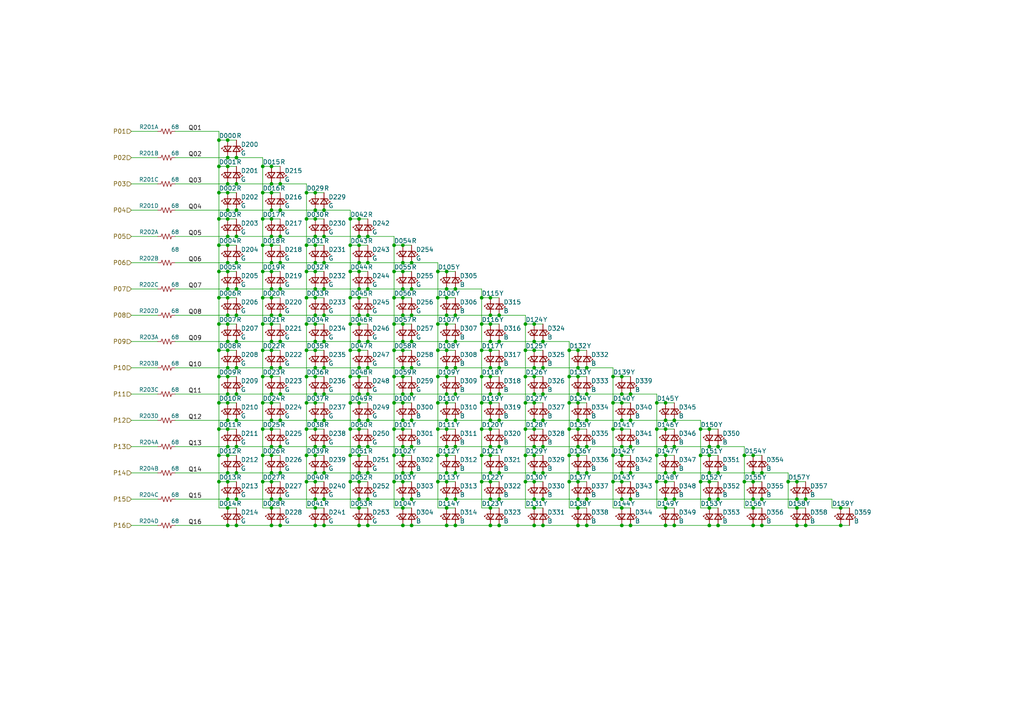
<source format=kicad_sch>
(kicad_sch (version 20230121) (generator eeschema)
  (paper "A4")
  (junction (at 66.04 137.16))
  (junction (at 93.98 76.2))
  (junction (at 106.68 129.54))
  (junction (at 101.6 132.08))
  (junction (at 104.14 78.74))
  (junction (at 106.68 83.82))
  (junction (at 205.74 147.32))
  (junction (at 114.3 109.22))
  (junction (at 154.94 139.7))
  (junction (at 78.74 147.32))
  (junction (at 91.44 83.82))
  (junction (at 142.24 132.08))
  (junction (at 205.74 144.78))
  (junction (at 129.54 124.46))
  (junction (at 66.04 45.72))
  (junction (at 104.14 147.32))
  (junction (at 68.58 68.58))
  (junction (at 93.98 106.68))
  (junction (at 152.4 116.84))
  (junction (at 101.6 101.6))
  (junction (at 195.58 144.78))
  (junction (at 76.2 63.5))
  (junction (at 218.44 137.16))
  (junction (at 139.7 86.36))
  (junction (at 132.08 83.82))
  (junction (at 144.78 114.3))
  (junction (at 208.28 129.54))
  (junction (at 190.5 124.46))
  (junction (at 170.18 114.3))
  (junction (at 81.28 76.2))
  (junction (at 119.38 137.16))
  (junction (at 231.14 144.78))
  (junction (at 63.5 124.46))
  (junction (at 152.4 139.7))
  (junction (at 139.7 101.6))
  (junction (at 154.94 99.06))
  (junction (at 78.74 144.78))
  (junction (at 116.84 121.92))
  (junction (at 78.74 48.26))
  (junction (at 88.9 71.12))
  (junction (at 104.14 144.78))
  (junction (at 104.14 106.68))
  (junction (at 129.54 83.82))
  (junction (at 152.4 101.6))
  (junction (at 167.64 121.92))
  (junction (at 66.04 147.32))
  (junction (at 215.9 139.7))
  (junction (at 142.24 91.44))
  (junction (at 127 109.22))
  (junction (at 114.3 101.6))
  (junction (at 68.58 76.2))
  (junction (at 132.08 129.54))
  (junction (at 170.18 152.4))
  (junction (at 91.44 68.58))
  (junction (at 68.58 99.06))
  (junction (at 66.04 152.4))
  (junction (at 91.44 63.5))
  (junction (at 231.14 152.4))
  (junction (at 91.44 86.36))
  (junction (at 76.2 109.22))
  (junction (at 76.2 71.12))
  (junction (at 177.8 139.7))
  (junction (at 81.28 129.54))
  (junction (at 63.5 116.84))
  (junction (at 93.98 121.92))
  (junction (at 88.9 116.84))
  (junction (at 116.84 78.74))
  (junction (at 78.74 63.5))
  (junction (at 93.98 91.44))
  (junction (at 106.68 106.68))
  (junction (at 78.74 109.22))
  (junction (at 116.84 83.82))
  (junction (at 93.98 129.54))
  (junction (at 144.78 121.92))
  (junction (at 193.04 147.32))
  (junction (at 157.48 121.92))
  (junction (at 116.84 132.08))
  (junction (at 81.28 137.16))
  (junction (at 154.94 147.32))
  (junction (at 142.24 101.6))
  (junction (at 142.24 86.36))
  (junction (at 119.38 144.78))
  (junction (at 127 101.6))
  (junction (at 180.34 109.22))
  (junction (at 104.14 63.5))
  (junction (at 142.24 124.46))
  (junction (at 68.58 91.44))
  (junction (at 139.7 109.22))
  (junction (at 180.34 129.54))
  (junction (at 129.54 137.16))
  (junction (at 193.04 139.7))
  (junction (at 101.6 78.74))
  (junction (at 63.5 78.74))
  (junction (at 78.74 101.6))
  (junction (at 104.14 83.82))
  (junction (at 63.5 48.26))
  (junction (at 129.54 121.92))
  (junction (at 106.68 91.44))
  (junction (at 142.24 137.16))
  (junction (at 66.04 76.2))
  (junction (at 208.28 152.4))
  (junction (at 218.44 132.08))
  (junction (at 88.9 132.08))
  (junction (at 91.44 101.6))
  (junction (at 132.08 137.16))
  (junction (at 114.3 93.98))
  (junction (at 63.5 139.7))
  (junction (at 142.24 114.3))
  (junction (at 142.24 129.54))
  (junction (at 177.8 132.08))
  (junction (at 129.54 116.84))
  (junction (at 180.34 147.32))
  (junction (at 78.74 93.98))
  (junction (at 119.38 114.3))
  (junction (at 193.04 144.78))
  (junction (at 167.64 144.78))
  (junction (at 129.54 93.98))
  (junction (at 157.48 152.4))
  (junction (at 116.84 99.06))
  (junction (at 66.04 63.5))
  (junction (at 106.68 152.4))
  (junction (at 66.04 68.58))
  (junction (at 104.14 116.84))
  (junction (at 116.84 106.68))
  (junction (at 78.74 60.96))
  (junction (at 66.04 55.88))
  (junction (at 63.5 63.5))
  (junction (at 127 86.36))
  (junction (at 66.04 99.06))
  (junction (at 129.54 144.78))
  (junction (at 88.9 139.7))
  (junction (at 208.28 137.16))
  (junction (at 203.2 139.7))
  (junction (at 193.04 152.4))
  (junction (at 104.14 91.44))
  (junction (at 88.9 78.74))
  (junction (at 165.1 116.84))
  (junction (at 114.3 86.36))
  (junction (at 215.9 132.08))
  (junction (at 142.24 121.92))
  (junction (at 218.44 139.7))
  (junction (at 157.48 144.78))
  (junction (at 104.14 68.58))
  (junction (at 142.24 99.06))
  (junction (at 165.1 139.7))
  (junction (at 142.24 93.98))
  (junction (at 63.5 71.12))
  (junction (at 152.4 124.46))
  (junction (at 129.54 152.4))
  (junction (at 66.04 71.12))
  (junction (at 101.6 116.84))
  (junction (at 78.74 91.44))
  (junction (at 132.08 91.44))
  (junction (at 104.14 109.22))
  (junction (at 68.58 83.82))
  (junction (at 144.78 91.44))
  (junction (at 165.1 132.08))
  (junction (at 104.14 124.46))
  (junction (at 119.38 83.82))
  (junction (at 233.68 144.78))
  (junction (at 68.58 53.34))
  (junction (at 132.08 152.4))
  (junction (at 81.28 121.92))
  (junction (at 104.14 139.7))
  (junction (at 170.18 121.92))
  (junction (at 104.14 132.08))
  (junction (at 101.6 71.12))
  (junction (at 119.38 121.92))
  (junction (at 68.58 121.92))
  (junction (at 116.84 71.12))
  (junction (at 170.18 144.78))
  (junction (at 154.94 114.3))
  (junction (at 132.08 144.78))
  (junction (at 129.54 101.6))
  (junction (at 144.78 129.54))
  (junction (at 243.84 152.4))
  (junction (at 167.64 132.08))
  (junction (at 66.04 93.98))
  (junction (at 81.28 106.68))
  (junction (at 119.38 106.68))
  (junction (at 104.14 101.6))
  (junction (at 129.54 147.32))
  (junction (at 205.74 139.7))
  (junction (at 228.6 139.7))
  (junction (at 116.84 91.44))
  (junction (at 127 93.98))
  (junction (at 78.74 139.7))
  (junction (at 142.24 139.7))
  (junction (at 76.2 101.6))
  (junction (at 129.54 129.54))
  (junction (at 81.28 152.4))
  (junction (at 154.94 124.46))
  (junction (at 127 124.46))
  (junction (at 205.74 132.08))
  (junction (at 93.98 60.96))
  (junction (at 81.28 68.58))
  (junction (at 116.84 101.6))
  (junction (at 106.68 76.2))
  (junction (at 66.04 48.26))
  (junction (at 116.84 144.78))
  (junction (at 66.04 129.54))
  (junction (at 167.64 116.84))
  (junction (at 129.54 139.7))
  (junction (at 142.24 147.32))
  (junction (at 76.2 93.98))
  (junction (at 114.3 71.12))
  (junction (at 132.08 99.06))
  (junction (at 132.08 121.92))
  (junction (at 127 132.08))
  (junction (at 139.7 124.46))
  (junction (at 231.14 147.32))
  (junction (at 144.78 152.4))
  (junction (at 91.44 144.78))
  (junction (at 116.84 129.54))
  (junction (at 129.54 91.44))
  (junction (at 66.04 60.96))
  (junction (at 193.04 132.08))
  (junction (at 91.44 55.88))
  (junction (at 182.88 121.92))
  (junction (at 132.08 114.3))
  (junction (at 76.2 132.08))
  (junction (at 167.64 129.54))
  (junction (at 180.34 152.4))
  (junction (at 167.64 101.6))
  (junction (at 106.68 137.16))
  (junction (at 129.54 99.06))
  (junction (at 78.74 83.82))
  (junction (at 66.04 121.92))
  (junction (at 78.74 53.34))
  (junction (at 144.78 106.68))
  (junction (at 116.84 116.84))
  (junction (at 180.34 121.92))
  (junction (at 116.84 114.3))
  (junction (at 220.98 144.78))
  (junction (at 78.74 114.3))
  (junction (at 104.14 86.36))
  (junction (at 91.44 147.32))
  (junction (at 88.9 101.6))
  (junction (at 91.44 152.4))
  (junction (at 104.14 99.06))
  (junction (at 66.04 91.44))
  (junction (at 91.44 60.96))
  (junction (at 78.74 106.68))
  (junction (at 177.8 109.22))
  (junction (at 66.04 86.36))
  (junction (at 93.98 144.78))
  (junction (at 66.04 106.68))
  (junction (at 132.08 106.68))
  (junction (at 78.74 152.4))
  (junction (at 78.74 116.84))
  (junction (at 88.9 109.22))
  (junction (at 180.34 114.3))
  (junction (at 129.54 132.08))
  (junction (at 104.14 152.4))
  (junction (at 68.58 106.68))
  (junction (at 180.34 137.16))
  (junction (at 142.24 144.78))
  (junction (at 63.5 86.36))
  (junction (at 104.14 93.98))
  (junction (at 180.34 144.78))
  (junction (at 193.04 137.16))
  (junction (at 231.14 139.7))
  (junction (at 106.68 68.58))
  (junction (at 63.5 109.22))
  (junction (at 66.04 132.08))
  (junction (at 104.14 114.3))
  (junction (at 177.8 124.46))
  (junction (at 81.28 99.06))
  (junction (at 195.58 137.16))
  (junction (at 104.14 137.16))
  (junction (at 101.6 63.5))
  (junction (at 203.2 124.46))
  (junction (at 93.98 137.16))
  (junction (at 106.68 121.92))
  (junction (at 157.48 137.16))
  (junction (at 66.04 109.22))
  (junction (at 157.48 129.54))
  (junction (at 193.04 124.46))
  (junction (at 116.84 139.7))
  (junction (at 182.88 152.4))
  (junction (at 91.44 71.12))
  (junction (at 167.64 137.16))
  (junction (at 88.9 86.36))
  (junction (at 66.04 83.82))
  (junction (at 154.94 93.98))
  (junction (at 91.44 78.74))
  (junction (at 88.9 63.5))
  (junction (at 91.44 114.3))
  (junction (at 68.58 137.16))
  (junction (at 190.5 132.08))
  (junction (at 157.48 114.3))
  (junction (at 91.44 109.22))
  (junction (at 205.74 137.16))
  (junction (at 154.94 132.08))
  (junction (at 78.74 71.12))
  (junction (at 167.64 106.68))
  (junction (at 78.74 78.74))
  (junction (at 66.04 114.3))
  (junction (at 190.5 139.7))
  (junction (at 167.64 114.3))
  (junction (at 91.44 91.44))
  (junction (at 116.84 147.32))
  (junction (at 152.4 132.08))
  (junction (at 195.58 129.54))
  (junction (at 76.2 86.36))
  (junction (at 114.3 132.08))
  (junction (at 205.74 152.4))
  (junction (at 93.98 68.58))
  (junction (at 167.64 124.46))
  (junction (at 203.2 132.08))
  (junction (at 170.18 137.16))
  (junction (at 68.58 144.78))
  (junction (at 104.14 121.92))
  (junction (at 114.3 139.7))
  (junction (at 101.6 124.46))
  (junction (at 63.5 93.98))
  (junction (at 91.44 76.2))
  (junction (at 91.44 139.7))
  (junction (at 193.04 129.54))
  (junction (at 106.68 99.06))
  (junction (at 182.88 144.78))
  (junction (at 76.2 55.88))
  (junction (at 76.2 124.46))
  (junction (at 170.18 106.68))
  (junction (at 68.58 45.72))
  (junction (at 157.48 99.06))
  (junction (at 129.54 78.74))
  (junction (at 144.78 144.78))
  (junction (at 66.04 116.84))
  (junction (at 180.34 132.08))
  (junction (at 170.18 129.54))
  (junction (at 116.84 152.4))
  (junction (at 76.2 116.84))
  (junction (at 101.6 109.22))
  (junction (at 76.2 78.74))
  (junction (at 66.04 124.46))
  (junction (at 142.24 152.4))
  (junction (at 78.74 124.46))
  (junction (at 63.5 132.08))
  (junction (at 193.04 121.92))
  (junction (at 91.44 132.08))
  (junction (at 154.94 109.22))
  (junction (at 104.14 71.12))
  (junction (at 195.58 121.92))
  (junction (at 119.38 76.2))
  (junction (at 152.4 109.22))
  (junction (at 220.98 152.4))
  (junction (at 91.44 124.46))
  (junction (at 66.04 101.6))
  (junction (at 81.28 144.78))
  (junction (at 154.94 121.92))
  (junction (at 68.58 129.54))
  (junction (at 66.04 40.64))
  (junction (at 114.3 116.84))
  (junction (at 76.2 48.26))
  (junction (at 129.54 106.68))
  (junction (at 81.28 114.3))
  (junction (at 88.9 93.98))
  (junction (at 78.74 86.36))
  (junction (at 101.6 86.36))
  (junction (at 104.14 129.54))
  (junction (at 104.14 76.2))
  (junction (at 106.68 144.78))
  (junction (at 142.24 116.84))
  (junction (at 165.1 109.22))
  (junction (at 154.94 106.68))
  (junction (at 91.44 99.06))
  (junction (at 142.24 109.22))
  (junction (at 182.88 114.3))
  (junction (at 208.28 144.78))
  (junction (at 129.54 114.3))
  (junction (at 154.94 152.4))
  (junction (at 68.58 60.96))
  (junction (at 116.84 86.36))
  (junction (at 154.94 116.84))
  (junction (at 78.74 55.88))
  (junction (at 114.3 124.46))
  (junction (at 218.44 147.32))
  (junction (at 116.84 137.16))
  (junction (at 119.38 129.54))
  (junction (at 116.84 76.2))
  (junction (at 129.54 109.22))
  (junction (at 218.44 144.78))
  (junction (at 193.04 116.84))
  (junction (at 157.48 106.68))
  (junction (at 116.84 93.98))
  (junction (at 129.54 86.36))
  (junction (at 101.6 93.98))
  (junction (at 78.74 132.08))
  (junction (at 220.98 137.16))
  (junction (at 144.78 137.16))
  (junction (at 218.44 152.4))
  (junction (at 154.94 129.54))
  (junction (at 101.6 139.7))
  (junction (at 68.58 152.4))
  (junction (at 243.84 147.32))
  (junction (at 127 78.74))
  (junction (at 91.44 137.16))
  (junction (at 142.24 106.68))
  (junction (at 139.7 116.84))
  (junction (at 93.98 114.3))
  (junction (at 81.28 83.82))
  (junction (at 127 139.7))
  (junction (at 119.38 99.06))
  (junction (at 63.5 40.64))
  (junction (at 88.9 55.88))
  (junction (at 91.44 121.92))
  (junction (at 167.64 109.22))
  (junction (at 180.34 124.46))
  (junction (at 119.38 152.4))
  (junction (at 167.64 139.7))
  (junction (at 66.04 53.34))
  (junction (at 66.04 78.74))
  (junction (at 205.74 124.46))
  (junction (at 180.34 116.84))
  (junction (at 68.58 114.3))
  (junction (at 116.84 124.46))
  (junction (at 78.74 68.58))
  (junction (at 91.44 116.84))
  (junction (at 78.74 121.92))
  (junction (at 63.5 55.88))
  (junction (at 154.94 101.6))
  (junction (at 78.74 76.2))
  (junction (at 182.88 129.54))
  (junction (at 93.98 83.82))
  (junction (at 195.58 152.4))
  (junction (at 205.74 129.54))
  (junction (at 139.7 139.7))
  (junction (at 81.28 60.96))
  (junction (at 182.88 137.16))
  (junction (at 93.98 99.06))
  (junction (at 116.84 109.22))
  (junction (at 78.74 137.16))
  (junction (at 139.7 93.98))
  (junction (at 91.44 106.68))
  (junction (at 190.5 116.84))
  (junction (at 91.44 129.54))
  (junction (at 167.64 147.32))
  (junction (at 114.3 78.74))
  (junction (at 154.94 144.78))
  (junction (at 66.04 144.78))
  (junction (at 76.2 139.7))
  (junction (at 78.74 99.06))
  (junction (at 165.1 101.6))
  (junction (at 93.98 152.4))
  (junction (at 177.8 116.84))
  (junction (at 81.28 91.44))
  (junction (at 78.74 129.54))
  (junction (at 91.44 93.98))
  (junction (at 66.04 139.7))
  (junction (at 180.34 139.7))
  (junction (at 165.1 124.46))
  (junction (at 154.94 137.16))
  (junction (at 139.7 132.08))
  (junction (at 81.28 53.34))
  (junction (at 233.68 152.4))
  (junction (at 152.4 93.98))
  (junction (at 88.9 124.46))
  (junction (at 63.5 101.6))
  (junction (at 127 116.84))
  (junction (at 119.38 91.44))
  (junction (at 167.64 152.4))
  (junction (at 144.78 99.06))
  (junction (at 106.68 114.3))
  (wire (pts (xy 91.44 132.08) (xy 93.98 132.08)))
  (wire (pts (xy 220.98 137.16) (xy 228.6 137.16)))
  (wire (pts (xy 91.44 60.96) (xy 93.98 60.96)))
  (wire (pts (xy 104.14 68.58) (xy 106.68 68.58)))
  (wire (pts (xy 165.1 116.84) (xy 167.64 116.84)))
  (wire (pts (xy 88.9 86.36) (xy 88.9 93.98)))
  (wire (pts (xy 66.04 114.3) (xy 68.58 114.3)))
  (wire (pts (xy 78.74 121.92) (xy 81.28 121.92)))
  (wire (pts (xy 93.98 121.92) (xy 104.14 121.92)))
  (wire (pts (xy 220.98 152.4) (xy 231.14 152.4)))
  (wire (pts (xy 142.24 121.92) (xy 144.78 121.92)))
  (wire (pts (xy 165.1 132.08) (xy 167.64 132.08)))
  (wire (pts (xy 127 124.46) (xy 127 132.08)))
  (wire (pts (xy 81.28 129.54) (xy 91.44 129.54)))
  (wire (pts (xy 91.44 124.46) (xy 93.98 124.46)))
  (wire (pts (xy 66.04 106.68) (xy 68.58 106.68)))
  (wire (pts (xy 119.38 152.4) (xy 129.54 152.4)))
  (wire (pts (xy 129.54 121.92) (xy 132.08 121.92)))
  (wire (pts (xy 195.58 129.54) (xy 205.74 129.54)))
  (wire (pts (xy 116.84 91.44) (xy 119.38 91.44)))
  (wire (pts (xy 88.9 124.46) (xy 88.9 132.08)))
  (wire (pts (xy 88.9 109.22) (xy 91.44 109.22)))
  (wire (pts (xy 165.1 101.6) (xy 167.64 101.6)))
  (wire (pts (xy 66.04 71.12) (xy 68.58 71.12)))
  (wire (pts (xy 152.4 124.46) (xy 154.94 124.46)))
  (wire (pts (xy 139.7 132.08) (xy 139.7 139.7)))
  (wire (pts (xy 116.84 147.32) (xy 119.38 147.32)))
  (wire (pts (xy 63.5 147.32) (xy 66.04 147.32)))
  (wire (pts (xy 106.68 68.58) (xy 114.3 68.58)))
  (wire (pts (xy 167.64 139.7) (xy 170.18 139.7)))
  (wire (pts (xy 66.04 93.98) (xy 68.58 93.98)))
  (wire (pts (xy 91.44 76.2) (xy 93.98 76.2)))
  (wire (pts (xy 157.48 144.78) (xy 167.64 144.78)))
  (wire (pts (xy 180.34 124.46) (xy 182.88 124.46)))
  (wire (pts (xy 205.74 144.78) (xy 208.28 144.78)))
  (wire (pts (xy 106.68 114.3) (xy 116.84 114.3)))
  (wire (pts (xy 104.14 129.54) (xy 106.68 129.54)))
  (wire (pts (xy 165.1 124.46) (xy 167.64 124.46)))
  (wire (pts (xy 139.7 86.36) (xy 139.7 93.98)))
  (wire (pts (xy 106.68 99.06) (xy 116.84 99.06)))
  (wire (pts (xy 116.84 93.98) (xy 119.38 93.98)))
  (wire (pts (xy 76.2 78.74) (xy 76.2 86.36)))
  (wire (pts (xy 177.8 109.22) (xy 180.34 109.22)))
  (wire (pts (xy 177.8 132.08) (xy 180.34 132.08)))
  (wire (pts (xy 241.3 144.78) (xy 241.3 147.32)))
  (wire (pts (xy 139.7 124.46) (xy 142.24 124.46)))
  (wire (pts (xy 144.78 129.54) (xy 154.94 129.54)))
  (wire (pts (xy 177.8 124.46) (xy 180.34 124.46)))
  (wire (pts (xy 38.1 114.3) (xy 45.72 114.3)))
  (wire (pts (xy 154.94 144.78) (xy 157.48 144.78)))
  (wire (pts (xy 114.3 139.7) (xy 114.3 147.32)))
  (wire (pts (xy 167.64 114.3) (xy 170.18 114.3)))
  (wire (pts (xy 208.28 144.78) (xy 218.44 144.78)))
  (wire (pts (xy 205.74 129.54) (xy 208.28 129.54)))
  (wire (pts (xy 66.04 76.2) (xy 68.58 76.2)))
  (wire (pts (xy 38.1 106.68) (xy 45.72 106.68)))
  (wire (pts (xy 101.6 124.46) (xy 101.6 132.08)))
  (wire (pts (xy 68.58 137.16) (xy 78.74 137.16)))
  (wire (pts (xy 91.44 137.16) (xy 93.98 137.16)))
  (wire (pts (xy 88.9 86.36) (xy 91.44 86.36)))
  (wire (pts (xy 91.44 144.78) (xy 93.98 144.78)))
  (wire (pts (xy 167.64 116.84) (xy 170.18 116.84)))
  (wire (pts (xy 119.38 129.54) (xy 129.54 129.54)))
  (wire (pts (xy 106.68 129.54) (xy 116.84 129.54)))
  (wire (pts (xy 139.7 147.32) (xy 142.24 147.32)))
  (wire (pts (xy 190.5 139.7) (xy 190.5 147.32)))
  (wire (pts (xy 119.38 106.68) (xy 129.54 106.68)))
  (wire (pts (xy 127 101.6) (xy 127 109.22)))
  (wire (pts (xy 154.94 114.3) (xy 157.48 114.3)))
  (wire (pts (xy 127 93.98) (xy 129.54 93.98)))
  (wire (pts (xy 63.5 109.22) (xy 66.04 109.22)))
  (wire (pts (xy 114.3 68.58) (xy 114.3 71.12)))
  (wire (pts (xy 154.94 147.32) (xy 157.48 147.32)))
  (wire (pts (xy 116.84 109.22) (xy 119.38 109.22)))
  (wire (pts (xy 81.28 83.82) (xy 91.44 83.82)))
  (wire (pts (xy 129.54 124.46) (xy 132.08 124.46)))
  (wire (pts (xy 50.8 114.3) (xy 66.04 114.3)))
  (wire (pts (xy 231.14 144.78) (xy 233.68 144.78)))
  (wire (pts (xy 38.1 53.34) (xy 45.72 53.34)))
  (wire (pts (xy 38.1 152.4) (xy 45.72 152.4)))
  (wire (pts (xy 101.6 132.08) (xy 104.14 132.08)))
  (wire (pts (xy 152.4 101.6) (xy 152.4 109.22)))
  (wire (pts (xy 114.3 116.84) (xy 116.84 116.84)))
  (wire (pts (xy 78.74 63.5) (xy 81.28 63.5)))
  (wire (pts (xy 190.5 116.84) (xy 190.5 124.46)))
  (wire (pts (xy 116.84 106.68) (xy 119.38 106.68)))
  (wire (pts (xy 78.74 99.06) (xy 81.28 99.06)))
  (wire (pts (xy 116.84 83.82) (xy 119.38 83.82)))
  (wire (pts (xy 127 116.84) (xy 127 124.46)))
  (wire (pts (xy 76.2 116.84) (xy 76.2 124.46)))
  (wire (pts (xy 132.08 144.78) (xy 142.24 144.78)))
  (wire (pts (xy 114.3 124.46) (xy 116.84 124.46)))
  (wire (pts (xy 78.74 53.34) (xy 81.28 53.34)))
  (wire (pts (xy 205.74 132.08) (xy 208.28 132.08)))
  (wire (pts (xy 38.1 76.2) (xy 45.72 76.2)))
  (wire (pts (xy 157.48 121.92) (xy 167.64 121.92)))
  (wire (pts (xy 127 93.98) (xy 127 101.6)))
  (wire (pts (xy 63.5 139.7) (xy 66.04 139.7)))
  (wire (pts (xy 152.4 139.7) (xy 154.94 139.7)))
  (wire (pts (xy 78.74 147.32) (xy 81.28 147.32)))
  (wire (pts (xy 119.38 137.16) (xy 129.54 137.16)))
  (wire (pts (xy 63.5 71.12) (xy 63.5 78.74)))
  (wire (pts (xy 78.74 144.78) (xy 81.28 144.78)))
  (wire (pts (xy 78.74 116.84) (xy 81.28 116.84)))
  (wire (pts (xy 78.74 68.58) (xy 81.28 68.58)))
  (wire (pts (xy 93.98 99.06) (xy 104.14 99.06)))
  (wire (pts (xy 63.5 124.46) (xy 63.5 132.08)))
  (wire (pts (xy 81.28 121.92) (xy 91.44 121.92)))
  (wire (pts (xy 152.4 132.08) (xy 152.4 139.7)))
  (wire (pts (xy 154.94 106.68) (xy 157.48 106.68)))
  (wire (pts (xy 129.54 99.06) (xy 132.08 99.06)))
  (wire (pts (xy 154.94 129.54) (xy 157.48 129.54)))
  (wire (pts (xy 93.98 144.78) (xy 104.14 144.78)))
  (wire (pts (xy 101.6 93.98) (xy 101.6 101.6)))
  (wire (pts (xy 63.5 139.7) (xy 63.5 147.32)))
  (wire (pts (xy 116.84 71.12) (xy 119.38 71.12)))
  (wire (pts (xy 68.58 83.82) (xy 78.74 83.82)))
  (wire (pts (xy 88.9 55.88) (xy 88.9 63.5)))
  (wire (pts (xy 50.8 60.96) (xy 66.04 60.96)))
  (wire (pts (xy 114.3 109.22) (xy 116.84 109.22)))
  (wire (pts (xy 139.7 116.84) (xy 142.24 116.84)))
  (wire (pts (xy 76.2 101.6) (xy 78.74 101.6)))
  (wire (pts (xy 144.78 99.06) (xy 154.94 99.06)))
  (wire (pts (xy 127 109.22) (xy 129.54 109.22)))
  (wire (pts (xy 78.74 106.68) (xy 81.28 106.68)))
  (wire (pts (xy 139.7 139.7) (xy 142.24 139.7)))
  (wire (pts (xy 139.7 86.36) (xy 142.24 86.36)))
  (wire (pts (xy 91.44 83.82) (xy 93.98 83.82)))
  (wire (pts (xy 68.58 99.06) (xy 78.74 99.06)))
  (wire (pts (xy 88.9 71.12) (xy 91.44 71.12)))
  (wire (pts (xy 116.84 137.16) (xy 119.38 137.16)))
  (wire (pts (xy 66.04 60.96) (xy 68.58 60.96)))
  (wire (pts (xy 66.04 83.82) (xy 68.58 83.82)))
  (wire (pts (xy 76.2 48.26) (xy 78.74 48.26)))
  (wire (pts (xy 76.2 132.08) (xy 76.2 139.7)))
  (wire (pts (xy 68.58 68.58) (xy 78.74 68.58)))
  (wire (pts (xy 106.68 152.4) (xy 116.84 152.4)))
  (wire (pts (xy 154.94 152.4) (xy 157.48 152.4)))
  (wire (pts (xy 104.14 152.4) (xy 106.68 152.4)))
  (wire (pts (xy 203.2 121.92) (xy 203.2 124.46)))
  (wire (pts (xy 63.5 93.98) (xy 66.04 93.98)))
  (wire (pts (xy 152.4 132.08) (xy 154.94 132.08)))
  (wire (pts (xy 63.5 132.08) (xy 63.5 139.7)))
  (wire (pts (xy 104.14 116.84) (xy 106.68 116.84)))
  (wire (pts (xy 68.58 60.96) (xy 78.74 60.96)))
  (wire (pts (xy 101.6 63.5) (xy 104.14 63.5)))
  (wire (pts (xy 93.98 152.4) (xy 104.14 152.4)))
  (wire (pts (xy 116.84 116.84) (xy 119.38 116.84)))
  (wire (pts (xy 132.08 129.54) (xy 142.24 129.54)))
  (wire (pts (xy 114.3 78.74) (xy 116.84 78.74)))
  (wire (pts (xy 50.8 83.82) (xy 66.04 83.82)))
  (wire (pts (xy 154.94 139.7) (xy 157.48 139.7)))
  (wire (pts (xy 182.88 152.4) (xy 193.04 152.4)))
  (wire (pts (xy 127 124.46) (xy 129.54 124.46)))
  (wire (pts (xy 233.68 144.78) (xy 241.3 144.78)))
  (wire (pts (xy 139.7 83.82) (xy 139.7 86.36)))
  (wire (pts (xy 177.8 124.46) (xy 177.8 132.08)))
  (wire (pts (xy 170.18 106.68) (xy 177.8 106.68)))
  (wire (pts (xy 81.28 68.58) (xy 91.44 68.58)))
  (wire (pts (xy 177.8 147.32) (xy 180.34 147.32)))
  (wire (pts (xy 91.44 86.36) (xy 93.98 86.36)))
  (wire (pts (xy 114.3 86.36) (xy 116.84 86.36)))
  (wire (pts (xy 104.14 106.68) (xy 106.68 106.68)))
  (wire (pts (xy 76.2 48.26) (xy 76.2 55.88)))
  (wire (pts (xy 38.1 45.72) (xy 45.72 45.72)))
  (wire (pts (xy 38.1 38.1) (xy 45.72 38.1)))
  (wire (pts (xy 127 139.7) (xy 127 147.32)))
  (wire (pts (xy 180.34 152.4) (xy 182.88 152.4)))
  (wire (pts (xy 152.4 91.44) (xy 152.4 93.98)))
  (wire (pts (xy 215.9 132.08) (xy 215.9 139.7)))
  (wire (pts (xy 177.8 109.22) (xy 177.8 116.84)))
  (wire (pts (xy 91.44 147.32) (xy 93.98 147.32)))
  (wire (pts (xy 101.6 86.36) (xy 101.6 93.98)))
  (wire (pts (xy 91.44 99.06) (xy 93.98 99.06)))
  (wire (pts (xy 93.98 91.44) (xy 104.14 91.44)))
  (wire (pts (xy 129.54 106.68) (xy 132.08 106.68)))
  (wire (pts (xy 157.48 106.68) (xy 167.64 106.68)))
  (wire (pts (xy 38.1 137.16) (xy 45.72 137.16)))
  (wire (pts (xy 154.94 124.46) (xy 157.48 124.46)))
  (wire (pts (xy 129.54 86.36) (xy 132.08 86.36)))
  (wire (pts (xy 154.94 121.92) (xy 157.48 121.92)))
  (wire (pts (xy 93.98 76.2) (xy 104.14 76.2)))
  (wire (pts (xy 81.28 137.16) (xy 91.44 137.16)))
  (wire (pts (xy 142.24 116.84) (xy 144.78 116.84)))
  (wire (pts (xy 76.2 124.46) (xy 76.2 132.08)))
  (wire (pts (xy 139.7 93.98) (xy 142.24 93.98)))
  (wire (pts (xy 208.28 129.54) (xy 215.9 129.54)))
  (wire (pts (xy 193.04 137.16) (xy 195.58 137.16)))
  (wire (pts (xy 104.14 93.98) (xy 106.68 93.98)))
  (wire (pts (xy 101.6 116.84) (xy 104.14 116.84)))
  (wire (pts (xy 127 101.6) (xy 129.54 101.6)))
  (wire (pts (xy 101.6 132.08) (xy 101.6 139.7)))
  (wire (pts (xy 142.24 139.7) (xy 144.78 139.7)))
  (wire (pts (xy 127 78.74) (xy 129.54 78.74)))
  (wire (pts (xy 114.3 93.98) (xy 114.3 101.6)))
  (wire (pts (xy 114.3 109.22) (xy 114.3 116.84)))
  (wire (pts (xy 104.14 63.5) (xy 106.68 63.5)))
  (wire (pts (xy 101.6 86.36) (xy 104.14 86.36)))
  (wire (pts (xy 91.44 91.44) (xy 93.98 91.44)))
  (wire (pts (xy 66.04 45.72) (xy 68.58 45.72)))
  (wire (pts (xy 104.14 139.7) (xy 106.68 139.7)))
  (wire (pts (xy 93.98 114.3) (xy 104.14 114.3)))
  (wire (pts (xy 142.24 137.16) (xy 144.78 137.16)))
  (wire (pts (xy 154.94 137.16) (xy 157.48 137.16)))
  (wire (pts (xy 167.64 124.46) (xy 170.18 124.46)))
  (wire (pts (xy 231.14 147.32) (xy 233.68 147.32)))
  (wire (pts (xy 101.6 124.46) (xy 104.14 124.46)))
  (wire (pts (xy 142.24 114.3) (xy 144.78 114.3)))
  (wire (pts (xy 170.18 129.54) (xy 180.34 129.54)))
  (wire (pts (xy 68.58 114.3) (xy 78.74 114.3)))
  (wire (pts (xy 88.9 116.84) (xy 91.44 116.84)))
  (wire (pts (xy 66.04 78.74) (xy 68.58 78.74)))
  (wire (pts (xy 88.9 132.08) (xy 91.44 132.08)))
  (wire (pts (xy 76.2 71.12) (xy 76.2 78.74)))
  (wire (pts (xy 193.04 147.32) (xy 195.58 147.32)))
  (wire (pts (xy 114.3 78.74) (xy 114.3 86.36)))
  (wire (pts (xy 76.2 86.36) (xy 76.2 93.98)))
  (wire (pts (xy 119.38 91.44) (xy 129.54 91.44)))
  (wire (pts (xy 50.8 129.54) (xy 66.04 129.54)))
  (wire (pts (xy 139.7 109.22) (xy 139.7 116.84)))
  (wire (pts (xy 63.5 63.5) (xy 63.5 71.12)))
  (wire (pts (xy 76.2 86.36) (xy 78.74 86.36)))
  (wire (pts (xy 76.2 109.22) (xy 76.2 116.84)))
  (wire (pts (xy 129.54 109.22) (xy 132.08 109.22)))
  (wire (pts (xy 114.3 101.6) (xy 114.3 109.22)))
  (wire (pts (xy 180.34 137.16) (xy 182.88 137.16)))
  (wire (pts (xy 101.6 78.74) (xy 101.6 86.36)))
  (wire (pts (xy 104.14 71.12) (xy 106.68 71.12)))
  (wire (pts (xy 66.04 137.16) (xy 68.58 137.16)))
  (wire (pts (xy 129.54 139.7) (xy 132.08 139.7)))
  (wire (pts (xy 114.3 116.84) (xy 114.3 124.46)))
  (wire (pts (xy 78.74 86.36) (xy 81.28 86.36)))
  (wire (pts (xy 177.8 139.7) (xy 177.8 147.32)))
  (wire (pts (xy 231.14 139.7) (xy 233.68 139.7)))
  (wire (pts (xy 132.08 137.16) (xy 142.24 137.16)))
  (wire (pts (xy 129.54 93.98) (xy 132.08 93.98)))
  (wire (pts (xy 205.74 152.4) (xy 208.28 152.4)))
  (wire (pts (xy 215.9 132.08) (xy 218.44 132.08)))
  (wire (pts (xy 91.44 101.6) (xy 93.98 101.6)))
  (wire (pts (xy 63.5 101.6) (xy 63.5 109.22)))
  (wire (pts (xy 114.3 132.08) (xy 116.84 132.08)))
  (wire (pts (xy 101.6 139.7) (xy 101.6 147.32)))
  (wire (pts (xy 152.4 147.32) (xy 154.94 147.32)))
  (wire (pts (xy 78.74 132.08) (xy 81.28 132.08)))
  (wire (pts (xy 132.08 106.68) (xy 142.24 106.68)))
  (wire (pts (xy 243.84 152.4) (xy 246.38 152.4)))
  (wire (pts (xy 139.7 109.22) (xy 142.24 109.22)))
  (wire (pts (xy 101.6 93.98) (xy 104.14 93.98)))
  (wire (pts (xy 180.34 144.78) (xy 182.88 144.78)))
  (wire (pts (xy 66.04 144.78) (xy 68.58 144.78)))
  (wire (pts (xy 63.5 86.36) (xy 66.04 86.36)))
  (wire (pts (xy 68.58 106.68) (xy 78.74 106.68)))
  (wire (pts (xy 167.64 106.68) (xy 170.18 106.68)))
  (wire (pts (xy 193.04 139.7) (xy 195.58 139.7)))
  (wire (pts (xy 165.1 139.7) (xy 165.1 147.32)))
  (wire (pts (xy 66.04 63.5) (xy 68.58 63.5)))
  (wire (pts (xy 76.2 63.5) (xy 76.2 71.12)))
  (wire (pts (xy 116.84 86.36) (xy 119.38 86.36)))
  (wire (pts (xy 104.14 91.44) (xy 106.68 91.44)))
  (wire (pts (xy 127 109.22) (xy 127 116.84)))
  (wire (pts (xy 63.5 132.08) (xy 66.04 132.08)))
  (wire (pts (xy 144.78 137.16) (xy 154.94 137.16)))
  (wire (pts (xy 127 86.36) (xy 129.54 86.36)))
  (wire (pts (xy 180.34 139.7) (xy 182.88 139.7)))
  (wire (pts (xy 132.08 91.44) (xy 142.24 91.44)))
  (wire (pts (xy 78.74 137.16) (xy 81.28 137.16)))
  (wire (pts (xy 76.2 147.32) (xy 78.74 147.32)))
  (wire (pts (xy 129.54 101.6) (xy 132.08 101.6)))
  (wire (pts (xy 76.2 109.22) (xy 78.74 109.22)))
  (wire (pts (xy 101.6 116.84) (xy 101.6 124.46)))
  (wire (pts (xy 76.2 55.88) (xy 76.2 63.5)))
  (wire (pts (xy 78.74 139.7) (xy 81.28 139.7)))
  (wire (pts (xy 104.14 99.06) (xy 106.68 99.06)))
  (wire (pts (xy 127 78.74) (xy 127 86.36)))
  (wire (pts (xy 68.58 129.54) (xy 78.74 129.54)))
  (wire (pts (xy 218.44 139.7) (xy 220.98 139.7)))
  (wire (pts (xy 63.5 40.64) (xy 66.04 40.64)))
  (wire (pts (xy 116.84 152.4) (xy 119.38 152.4)))
  (wire (pts (xy 101.6 78.74) (xy 104.14 78.74)))
  (wire (pts (xy 91.44 121.92) (xy 93.98 121.92)))
  (wire (pts (xy 203.2 139.7) (xy 205.74 139.7)))
  (wire (pts (xy 231.14 152.4) (xy 233.68 152.4)))
  (wire (pts (xy 76.2 63.5) (xy 78.74 63.5)))
  (wire (pts (xy 127 139.7) (xy 129.54 139.7)))
  (wire (pts (xy 233.68 152.4) (xy 243.84 152.4)))
  (wire (pts (xy 132.08 114.3) (xy 142.24 114.3)))
  (wire (pts (xy 50.8 99.06) (xy 66.04 99.06)))
  (wire (pts (xy 127 132.08) (xy 127 139.7)))
  (wire (pts (xy 180.34 121.92) (xy 182.88 121.92)))
  (wire (pts (xy 180.34 129.54) (xy 182.88 129.54)))
  (wire (pts (xy 101.6 101.6) (xy 101.6 109.22)))
  (wire (pts (xy 132.08 83.82) (xy 139.7 83.82)))
  (wire (pts (xy 104.14 144.78) (xy 106.68 144.78)))
  (wire (pts (xy 91.44 114.3) (xy 93.98 114.3)))
  (wire (pts (xy 180.34 109.22) (xy 182.88 109.22)))
  (wire (pts (xy 119.38 76.2) (xy 127 76.2)))
  (wire (pts (xy 152.4 93.98) (xy 152.4 101.6)))
  (wire (pts (xy 165.1 109.22) (xy 167.64 109.22)))
  (wire (pts (xy 170.18 144.78) (xy 180.34 144.78)))
  (wire (pts (xy 63.5 78.74) (xy 63.5 86.36)))
  (wire (pts (xy 152.4 93.98) (xy 154.94 93.98)))
  (wire (pts (xy 116.84 76.2) (xy 119.38 76.2)))
  (wire (pts (xy 193.04 121.92) (xy 195.58 121.92)))
  (wire (pts (xy 78.74 71.12) (xy 81.28 71.12)))
  (wire (pts (xy 228.6 137.16) (xy 228.6 139.7)))
  (wire (pts (xy 170.18 152.4) (xy 180.34 152.4)))
  (wire (pts (xy 101.6 109.22) (xy 104.14 109.22)))
  (wire (pts (xy 66.04 101.6) (xy 68.58 101.6)))
  (wire (pts (xy 116.84 144.78) (xy 119.38 144.78)))
  (wire (pts (xy 38.1 68.58) (xy 45.72 68.58)))
  (wire (pts (xy 182.88 114.3) (xy 190.5 114.3)))
  (wire (pts (xy 38.1 91.44) (xy 45.72 91.44)))
  (wire (pts (xy 38.1 129.54) (xy 45.72 129.54)))
  (wire (pts (xy 106.68 83.82) (xy 116.84 83.82)))
  (wire (pts (xy 144.78 144.78) (xy 154.94 144.78)))
  (wire (pts (xy 104.14 132.08) (xy 106.68 132.08)))
  (wire (pts (xy 101.6 71.12) (xy 104.14 71.12)))
  (wire (pts (xy 205.74 124.46) (xy 208.28 124.46)))
  (wire (pts (xy 167.64 144.78) (xy 170.18 144.78)))
  (wire (pts (xy 66.04 116.84) (xy 68.58 116.84)))
  (wire (pts (xy 129.54 78.74) (xy 132.08 78.74)))
  (wire (pts (xy 218.44 132.08) (xy 220.98 132.08)))
  (wire (pts (xy 132.08 99.06) (xy 142.24 99.06)))
  (wire (pts (xy 165.1 147.32) (xy 167.64 147.32)))
  (wire (pts (xy 81.28 76.2) (xy 91.44 76.2)))
  (wire (pts (xy 119.38 83.82) (xy 129.54 83.82)))
  (wire (pts (xy 116.84 129.54) (xy 119.38 129.54)))
  (wire (pts (xy 129.54 91.44) (xy 132.08 91.44)))
  (wire (pts (xy 66.04 121.92) (xy 68.58 121.92)))
  (wire (pts (xy 81.28 144.78) (xy 91.44 144.78)))
  (wire (pts (xy 68.58 152.4) (xy 78.74 152.4)))
  (wire (pts (xy 91.44 71.12) (xy 93.98 71.12)))
  (wire (pts (xy 154.94 116.84) (xy 157.48 116.84)))
  (wire (pts (xy 132.08 152.4) (xy 142.24 152.4)))
  (wire (pts (xy 88.9 139.7) (xy 88.9 147.32)))
  (wire (pts (xy 63.5 109.22) (xy 63.5 116.84)))
  (wire (pts (xy 78.74 93.98) (xy 81.28 93.98)))
  (wire (pts (xy 50.8 152.4) (xy 66.04 152.4)))
  (wire (pts (xy 116.84 124.46) (xy 119.38 124.46)))
  (wire (pts (xy 116.84 114.3) (xy 119.38 114.3)))
  (wire (pts (xy 165.1 99.06) (xy 165.1 101.6)))
  (wire (pts (xy 129.54 83.82) (xy 132.08 83.82)))
  (wire (pts (xy 177.8 106.68) (xy 177.8 109.22)))
  (wire (pts (xy 78.74 152.4) (xy 81.28 152.4)))
  (wire (pts (xy 165.1 109.22) (xy 165.1 116.84)))
  (wire (pts (xy 93.98 68.58) (xy 104.14 68.58)))
  (wire (pts (xy 167.64 121.92) (xy 170.18 121.92)))
  (wire (pts (xy 63.5 78.74) (xy 66.04 78.74)))
  (wire (pts (xy 91.44 68.58) (xy 93.98 68.58)))
  (wire (pts (xy 132.08 121.92) (xy 142.24 121.92)))
  (wire (pts (xy 101.6 147.32) (xy 104.14 147.32)))
  (wire (pts (xy 66.04 86.36) (xy 68.58 86.36)))
  (wire (pts (xy 63.5 55.88) (xy 66.04 55.88)))
  (wire (pts (xy 139.7 132.08) (xy 142.24 132.08)))
  (wire (pts (xy 63.5 93.98) (xy 63.5 101.6)))
  (wire (pts (xy 81.28 152.4) (xy 91.44 152.4)))
  (wire (pts (xy 193.04 132.08) (xy 195.58 132.08)))
  (wire (pts (xy 119.38 144.78) (xy 129.54 144.78)))
  (wire (pts (xy 127 116.84) (xy 129.54 116.84)))
  (wire (pts (xy 190.5 124.46) (xy 193.04 124.46)))
  (wire (pts (xy 78.74 55.88) (xy 81.28 55.88)))
  (wire (pts (xy 142.24 132.08) (xy 144.78 132.08)))
  (wire (pts (xy 193.04 129.54) (xy 195.58 129.54)))
  (wire (pts (xy 241.3 147.32) (xy 243.84 147.32)))
  (wire (pts (xy 106.68 144.78) (xy 116.84 144.78)))
  (wire (pts (xy 66.04 152.4) (xy 68.58 152.4)))
  (wire (pts (xy 129.54 137.16) (xy 132.08 137.16)))
  (wire (pts (xy 119.38 99.06) (xy 129.54 99.06)))
  (wire (pts (xy 193.04 144.78) (xy 195.58 144.78)))
  (wire (pts (xy 91.44 116.84) (xy 93.98 116.84)))
  (wire (pts (xy 127 76.2) (xy 127 78.74)))
  (wire (pts (xy 50.8 121.92) (xy 66.04 121.92)))
  (wire (pts (xy 91.44 152.4) (xy 93.98 152.4)))
  (wire (pts (xy 195.58 144.78) (xy 205.74 144.78)))
  (wire (pts (xy 228.6 139.7) (xy 231.14 139.7)))
  (wire (pts (xy 203.2 132.08) (xy 205.74 132.08)))
  (wire (pts (xy 190.5 132.08) (xy 193.04 132.08)))
  (wire (pts (xy 63.5 86.36) (xy 63.5 93.98)))
  (wire (pts (xy 104.14 83.82) (xy 106.68 83.82)))
  (wire (pts (xy 81.28 60.96) (xy 91.44 60.96)))
  (wire (pts (xy 114.3 101.6) (xy 116.84 101.6)))
  (wire (pts (xy 63.5 40.64) (xy 63.5 48.26)))
  (wire (pts (xy 167.64 101.6) (xy 170.18 101.6)))
  (wire (pts (xy 139.7 124.46) (xy 139.7 132.08)))
  (wire (pts (xy 88.9 71.12) (xy 88.9 78.74)))
  (wire (pts (xy 129.54 144.78) (xy 132.08 144.78)))
  (wire (pts (xy 208.28 152.4) (xy 218.44 152.4)))
  (wire (pts (xy 182.88 121.92) (xy 193.04 121.92)))
  (wire (pts (xy 50.8 76.2) (xy 66.04 76.2)))
  (wire (pts (xy 101.6 71.12) (xy 101.6 78.74)))
  (wire (pts (xy 104.14 76.2) (xy 106.68 76.2)))
  (wire (pts (xy 88.9 55.88) (xy 91.44 55.88)))
  (wire (pts (xy 78.74 91.44) (xy 81.28 91.44)))
  (wire (pts (xy 139.7 139.7) (xy 139.7 147.32)))
  (wire (pts (xy 106.68 91.44) (xy 116.84 91.44)))
  (wire (pts (xy 81.28 53.34) (xy 88.9 53.34)))
  (wire (pts (xy 167.64 147.32) (xy 170.18 147.32)))
  (wire (pts (xy 127 147.32) (xy 129.54 147.32)))
  (wire (pts (xy 180.34 116.84) (xy 182.88 116.84)))
  (wire (pts (xy 157.48 129.54) (xy 167.64 129.54)))
  (wire (pts (xy 114.3 86.36) (xy 114.3 93.98)))
  (wire (pts (xy 205.74 147.32) (xy 208.28 147.32)))
  (wire (pts (xy 78.74 78.74) (xy 81.28 78.74)))
  (wire (pts (xy 91.44 63.5) (xy 93.98 63.5)))
  (wire (pts (xy 144.78 121.92) (xy 154.94 121.92)))
  (wire (pts (xy 88.9 109.22) (xy 88.9 116.84)))
  (wire (pts (xy 177.8 132.08) (xy 177.8 139.7)))
  (wire (pts (xy 165.1 124.46) (xy 165.1 132.08)))
  (wire (pts (xy 50.8 38.1) (xy 63.5 38.1)))
  (wire (pts (xy 215.9 139.7) (xy 215.9 147.32)))
  (wire (pts (xy 190.5 116.84) (xy 193.04 116.84)))
  (wire (pts (xy 81.28 106.68) (xy 91.44 106.68)))
  (wire (pts (xy 195.58 152.4) (xy 205.74 152.4)))
  (wire (pts (xy 88.9 139.7) (xy 91.44 139.7)))
  (wire (pts (xy 228.6 147.32) (xy 231.14 147.32)))
  (wire (pts (xy 116.84 78.74) (xy 119.38 78.74)))
  (wire (pts (xy 38.1 121.92) (xy 45.72 121.92)))
  (wire (pts (xy 78.74 48.26) (xy 81.28 48.26)))
  (wire (pts (xy 243.84 147.32) (xy 246.38 147.32)))
  (wire (pts (xy 139.7 93.98) (xy 139.7 101.6)))
  (wire (pts (xy 50.8 45.72) (xy 66.04 45.72)))
  (wire (pts (xy 203.2 124.46) (xy 203.2 132.08)))
  (wire (pts (xy 50.8 68.58) (xy 66.04 68.58)))
  (wire (pts (xy 203.2 147.32) (xy 205.74 147.32)))
  (wire (pts (xy 68.58 91.44) (xy 78.74 91.44)))
  (wire (pts (xy 152.4 101.6) (xy 154.94 101.6)))
  (wire (pts (xy 139.7 116.84) (xy 139.7 124.46)))
  (wire (pts (xy 76.2 93.98) (xy 76.2 101.6)))
  (wire (pts (xy 152.4 124.46) (xy 152.4 132.08)))
  (wire (pts (xy 63.5 71.12) (xy 66.04 71.12)))
  (wire (pts (xy 88.9 78.74) (xy 88.9 86.36)))
  (wire (pts (xy 63.5 38.1) (xy 63.5 40.64)))
  (wire (pts (xy 129.54 147.32) (xy 132.08 147.32)))
  (wire (pts (xy 66.04 53.34) (xy 68.58 53.34)))
  (wire (pts (xy 91.44 139.7) (xy 93.98 139.7)))
  (wire (pts (xy 152.4 139.7) (xy 152.4 147.32)))
  (wire (pts (xy 50.8 144.78) (xy 66.04 144.78)))
  (wire (pts (xy 139.7 101.6) (xy 142.24 101.6)))
  (wire (pts (xy 78.74 109.22) (xy 81.28 109.22)))
  (wire (pts (xy 93.98 129.54) (xy 104.14 129.54)))
  (wire (pts (xy 142.24 147.32) (xy 144.78 147.32)))
  (wire (pts (xy 76.2 124.46) (xy 78.74 124.46)))
  (wire (pts (xy 106.68 121.92) (xy 116.84 121.92)))
  (wire (pts (xy 106.68 106.68) (xy 116.84 106.68)))
  (wire (pts (xy 78.74 129.54) (xy 81.28 129.54)))
  (wire (pts (xy 193.04 116.84) (xy 195.58 116.84)))
  (wire (pts (xy 142.24 99.06) (xy 144.78 99.06)))
  (wire (pts (xy 76.2 132.08) (xy 78.74 132.08)))
  (wire (pts (xy 78.74 83.82) (xy 81.28 83.82)))
  (wire (pts (xy 152.4 109.22) (xy 154.94 109.22)))
  (wire (pts (xy 177.8 116.84) (xy 177.8 124.46)))
  (wire (pts (xy 38.1 83.82) (xy 45.72 83.82)))
  (wire (pts (xy 91.44 109.22) (xy 93.98 109.22)))
  (wire (pts (xy 76.2 139.7) (xy 76.2 147.32)))
  (wire (pts (xy 66.04 40.64) (xy 68.58 40.64)))
  (wire (pts (xy 88.9 124.46) (xy 91.44 124.46)))
  (wire (pts (xy 81.28 99.06) (xy 91.44 99.06)))
  (wire (pts (xy 129.54 152.4) (xy 132.08 152.4)))
  (wire (pts (xy 116.84 101.6) (xy 119.38 101.6)))
  (wire (pts (xy 165.1 139.7) (xy 167.64 139.7)))
  (wire (pts (xy 142.24 129.54) (xy 144.78 129.54)))
  (wire (pts (xy 91.44 93.98) (xy 93.98 93.98)))
  (wire (pts (xy 38.1 60.96) (xy 45.72 60.96)))
  (wire (pts (xy 63.5 48.26) (xy 66.04 48.26)))
  (wire (pts (xy 177.8 116.84) (xy 180.34 116.84)))
  (wire (pts (xy 88.9 63.5) (xy 88.9 71.12)))
  (wire (pts (xy 142.24 101.6) (xy 144.78 101.6)))
  (wire (pts (xy 78.74 76.2) (xy 81.28 76.2)))
  (wire (pts (xy 101.6 139.7) (xy 104.14 139.7)))
  (wire (pts (xy 215.9 129.54) (xy 215.9 132.08)))
  (wire (pts (xy 91.44 78.74) (xy 93.98 78.74)))
  (wire (pts (xy 88.9 147.32) (xy 91.44 147.32)))
  (wire (pts (xy 88.9 132.08) (xy 88.9 139.7)))
  (wire (pts (xy 193.04 152.4) (xy 195.58 152.4)))
  (wire (pts (xy 218.44 137.16) (xy 220.98 137.16)))
  (wire (pts (xy 66.04 109.22) (xy 68.58 109.22)))
  (wire (pts (xy 63.5 63.5) (xy 66.04 63.5)))
  (wire (pts (xy 93.98 106.68) (xy 104.14 106.68)))
  (wire (pts (xy 129.54 132.08) (xy 132.08 132.08)))
  (wire (pts (xy 142.24 106.68) (xy 144.78 106.68)))
  (wire (pts (xy 104.14 147.32) (xy 106.68 147.32)))
  (wire (pts (xy 66.04 129.54) (xy 68.58 129.54)))
  (wire (pts (xy 93.98 60.96) (xy 101.6 60.96)))
  (wire (pts (xy 50.8 91.44) (xy 66.04 91.44)))
  (wire (pts (xy 157.48 137.16) (xy 167.64 137.16)))
  (wire (pts (xy 63.5 48.26) (xy 63.5 55.88)))
  (wire (pts (xy 78.74 114.3) (xy 81.28 114.3)))
  (wire (pts (xy 203.2 139.7) (xy 203.2 147.32)))
  (wire (pts (xy 104.14 101.6) (xy 106.68 101.6)))
  (wire (pts (xy 101.6 63.5) (xy 101.6 71.12)))
  (wire (pts (xy 180.34 114.3) (xy 182.88 114.3)))
  (wire (pts (xy 76.2 93.98) (xy 78.74 93.98)))
  (wire (pts (xy 50.8 53.34) (xy 66.04 53.34)))
  (wire (pts (xy 88.9 93.98) (xy 91.44 93.98)))
  (wire (pts (xy 106.68 137.16) (xy 116.84 137.16)))
  (wire (pts (xy 101.6 101.6) (xy 104.14 101.6)))
  (wire (pts (xy 142.24 152.4) (xy 144.78 152.4)))
  (wire (pts (xy 114.3 71.12) (xy 114.3 78.74)))
  (wire (pts (xy 152.4 116.84) (xy 152.4 124.46)))
  (wire (pts (xy 154.94 132.08) (xy 157.48 132.08)))
  (wire (pts (xy 76.2 55.88) (xy 78.74 55.88)))
  (wire (pts (xy 68.58 53.34) (xy 78.74 53.34)))
  (wire (pts (xy 78.74 124.46) (xy 81.28 124.46)))
  (wire (pts (xy 91.44 129.54) (xy 93.98 129.54)))
  (wire (pts (xy 180.34 132.08) (xy 182.88 132.08)))
  (wire (pts (xy 114.3 71.12) (xy 116.84 71.12)))
  (wire (pts (xy 165.1 101.6) (xy 165.1 109.22)))
  (wire (pts (xy 104.14 109.22) (xy 106.68 109.22)))
  (wire (pts (xy 88.9 78.74) (xy 91.44 78.74)))
  (wire (pts (xy 218.44 152.4) (xy 220.98 152.4)))
  (wire (pts (xy 88.9 93.98) (xy 88.9 101.6)))
  (wire (pts (xy 76.2 78.74) (xy 78.74 78.74)))
  (wire (pts (xy 129.54 116.84) (xy 132.08 116.84)))
  (wire (pts (xy 76.2 45.72) (xy 76.2 48.26)))
  (wire (pts (xy 167.64 109.22) (xy 170.18 109.22)))
  (wire (pts (xy 78.74 101.6) (xy 81.28 101.6)))
  (wire (pts (xy 66.04 139.7) (xy 68.58 139.7)))
  (wire (pts (xy 205.74 137.16) (xy 208.28 137.16)))
  (wire (pts (xy 66.04 99.06) (xy 68.58 99.06)))
  (wire (pts (xy 114.3 93.98) (xy 116.84 93.98)))
  (wire (pts (xy 154.94 101.6) (xy 157.48 101.6)))
  (wire (pts (xy 78.74 60.96) (xy 81.28 60.96)))
  (wire (pts (xy 66.04 91.44) (xy 68.58 91.44)))
  (wire (pts (xy 76.2 139.7) (xy 78.74 139.7)))
  (wire (pts (xy 93.98 137.16) (xy 104.14 137.16)))
  (wire (pts (xy 142.24 91.44) (xy 144.78 91.44)))
  (wire (pts (xy 154.94 99.06) (xy 157.48 99.06)))
  (wire (pts (xy 114.3 139.7) (xy 116.84 139.7)))
  (wire (pts (xy 208.28 137.16) (xy 218.44 137.16)))
  (wire (pts (xy 88.9 101.6) (xy 91.44 101.6)))
  (wire (pts (xy 203.2 132.08) (xy 203.2 139.7)))
  (wire (pts (xy 215.9 139.7) (xy 218.44 139.7)))
  (wire (pts (xy 170.18 137.16) (xy 180.34 137.16)))
  (wire (pts (xy 154.94 93.98) (xy 157.48 93.98)))
  (wire (pts (xy 63.5 116.84) (xy 63.5 124.46)))
  (wire (pts (xy 101.6 60.96) (xy 101.6 63.5)))
  (wire (pts (xy 157.48 152.4) (xy 167.64 152.4)))
  (wire (pts (xy 50.8 137.16) (xy 66.04 137.16)))
  (wire (pts (xy 157.48 99.06) (xy 165.1 99.06)))
  (wire (pts (xy 127 86.36) (xy 127 93.98)))
  (wire (pts (xy 193.04 124.46) (xy 195.58 124.46)))
  (wire (pts (xy 104.14 78.74) (xy 106.68 78.74)))
  (wire (pts (xy 182.88 137.16) (xy 193.04 137.16)))
  (wire (pts (xy 116.84 99.06) (xy 119.38 99.06)))
  (wire (pts (xy 180.34 147.32) (xy 182.88 147.32)))
  (wire (pts (xy 88.9 63.5) (xy 91.44 63.5)))
  (wire (pts (xy 142.24 124.46) (xy 144.78 124.46)))
  (wire (pts (xy 218.44 147.32) (xy 220.98 147.32)))
  (wire (pts (xy 114.3 132.08) (xy 114.3 139.7)))
  (wire (pts (xy 66.04 48.26) (xy 68.58 48.26)))
  (wire (pts (xy 63.5 124.46) (xy 66.04 124.46)))
  (wire (pts (xy 119.38 121.92) (xy 129.54 121.92)))
  (wire (pts (xy 170.18 121.92) (xy 180.34 121.92)))
  (wire (pts (xy 215.9 147.32) (xy 218.44 147.32)))
  (wire (pts (xy 129.54 129.54) (xy 132.08 129.54)))
  (wire (pts (xy 38.1 99.06) (xy 45.72 99.06)))
  (wire (pts (xy 205.74 139.7) (xy 208.28 139.7)))
  (wire (pts (xy 76.2 101.6) (xy 76.2 109.22)))
  (wire (pts (xy 218.44 144.78) (xy 220.98 144.78)))
  (wire (pts (xy 104.14 86.36) (xy 106.68 86.36)))
  (wire (pts (xy 167.64 129.54) (xy 170.18 129.54)))
  (wire (pts (xy 76.2 116.84) (xy 78.74 116.84)))
  (wire (pts (xy 167.64 132.08) (xy 170.18 132.08)))
  (wire (pts (xy 114.3 147.32) (xy 116.84 147.32)))
  (wire (pts (xy 170.18 114.3) (xy 180.34 114.3)))
  (wire (pts (xy 157.48 114.3) (xy 167.64 114.3)))
  (wire (pts (xy 91.44 55.88) (xy 93.98 55.88)))
  (wire (pts (xy 144.78 114.3) (xy 154.94 114.3)))
  (wire (pts (xy 142.24 93.98) (xy 144.78 93.98)))
  (wire (pts (xy 104.14 124.46) (xy 106.68 124.46)))
  (wire (pts (xy 190.5 132.08) (xy 190.5 139.7)))
  (wire (pts (xy 182.88 144.78) (xy 193.04 144.78)))
  (wire (pts (xy 101.6 109.22) (xy 101.6 116.84)))
  (wire (pts (xy 190.5 139.7) (xy 193.04 139.7)))
  (wire (pts (xy 68.58 121.92) (xy 78.74 121.92)))
  (wire (pts (xy 68.58 45.72) (xy 76.2 45.72)))
  (wire (pts (xy 104.14 137.16) (xy 106.68 137.16)))
  (wire (pts (xy 167.64 137.16) (xy 170.18 137.16)))
  (wire (pts (xy 144.78 152.4) (xy 154.94 152.4)))
  (wire (pts (xy 142.24 109.22) (xy 144.78 109.22)))
  (wire (pts (xy 116.84 121.92) (xy 119.38 121.92)))
  (wire (pts (xy 144.78 106.68) (xy 154.94 106.68)))
  (wire (pts (xy 142.24 144.78) (xy 144.78 144.78)))
  (wire (pts (xy 152.4 116.84) (xy 154.94 116.84)))
  (wire (pts (xy 129.54 114.3) (xy 132.08 114.3)))
  (wire (pts (xy 66.04 68.58) (xy 68.58 68.58)))
  (wire (pts (xy 66.04 132.08) (xy 68.58 132.08)))
  (wire (pts (xy 167.64 152.4) (xy 170.18 152.4)))
  (wire (pts (xy 142.24 86.36) (xy 144.78 86.36)))
  (wire (pts (xy 152.4 109.22) (xy 152.4 116.84)))
  (wire (pts (xy 116.84 139.7) (xy 119.38 139.7)))
  (wire (pts (xy 104.14 121.92) (xy 106.68 121.92)))
  (wire (pts (xy 106.68 76.2) (xy 116.84 76.2)))
  (wire (pts (xy 195.58 121.92) (xy 203.2 121.92)))
  (wire (pts (xy 139.7 101.6) (xy 139.7 109.22)))
  (wire (pts (xy 63.5 101.6) (xy 66.04 101.6)))
  (wire (pts (xy 93.98 83.82) (xy 104.14 83.82)))
  (wire (pts (xy 50.8 106.68) (xy 66.04 106.68)))
  (wire (pts (xy 165.1 116.84) (xy 165.1 124.46)))
  (wire (pts (xy 119.38 114.3) (xy 129.54 114.3)))
  (wire (pts (xy 91.44 106.68) (xy 93.98 106.68)))
  (wire (pts (xy 177.8 139.7) (xy 180.34 139.7)))
  (wire (pts (xy 63.5 116.84) (xy 66.04 116.84)))
  (wire (pts (xy 68.58 76.2) (xy 78.74 76.2)))
  (wire (pts (xy 66.04 147.32) (xy 68.58 147.32)))
  (wire (pts (xy 88.9 53.34) (xy 88.9 55.88)))
  (wire (pts (xy 154.94 109.22) (xy 157.48 109.22)))
  (wire (pts (xy 76.2 71.12) (xy 78.74 71.12)))
  (wire (pts (xy 190.5 114.3) (xy 190.5 116.84)))
  (wire (pts (xy 88.9 116.84) (xy 88.9 124.46)))
  (wire (pts (xy 81.28 114.3) (xy 91.44 114.3)))
  (wire (pts (xy 190.5 124.46) (xy 190.5 132.08)))
  (wire (pts (xy 203.2 124.46) (xy 205.74 124.46)))
  (wire (pts (xy 195.58 137.16) (xy 205.74 137.16)))
  (wire (pts (xy 68.58 144.78) (xy 78.74 144.78)))
  (wire (pts (xy 182.88 129.54) (xy 193.04 129.54)))
  (wire (pts (xy 66.04 124.46) (xy 68.58 124.46)))
  (wire (pts (xy 66.04 55.88) (xy 68.58 55.88)))
  (wire (pts (xy 38.1 144.78) (xy 45.72 144.78)))
  (wire (pts (xy 116.84 132.08) (xy 119.38 132.08)))
  (wire (pts (xy 114.3 124.46) (xy 114.3 132.08)))
  (wire (pts (xy 81.28 91.44) (xy 91.44 91.44)))
  (wire (pts (xy 220.98 144.78) (xy 231.14 144.78)))
  (wire (pts (xy 127 132.08) (xy 129.54 132.08)))
  (wire (pts (xy 190.5 147.32) (xy 193.04 147.32)))
  (wire (pts (xy 228.6 139.7) (xy 228.6 147.32)))
  (wire (pts (xy 63.5 55.88) (xy 63.5 63.5)))
  (wire (pts (xy 104.14 114.3) (xy 106.68 114.3)))
  (wire (pts (xy 88.9 101.6) (xy 88.9 109.22)))
  (wire (pts (xy 165.1 132.08) (xy 165.1 139.7)))
  (wire (pts (xy 144.78 91.44) (xy 152.4 91.44)))
  (label "Q09" (at 54.61 99.06 0))
  (label "Q13" (at 54.61 129.54 0))
  (label "Q15" (at 54.61 144.78 0))
  (label "Q07" (at 54.61 83.82 0))
  (label "Q02" (at 54.61 45.72 0))
  (label "Q05" (at 54.61 68.58 0))
  (label "Q12" (at 54.61 121.92 0))
  (label "Q08" (at 54.61 91.44 0))
  (label "Q03" (at 54.61 53.34 0))
  (label "Q14" (at 54.61 137.16 0))
  (label "Q04" (at 54.61 60.96 0))
  (label "Q11" (at 54.61 114.3 0))
  (label "Q16" (at 54.61 152.4 0))
  (label "Q06" (at 54.61 76.2 0))
  (label "Q01" (at 54.61 38.1 0))
  (label "Q10" (at 54.61 106.68 0))
  (hierarchical_label "P07" (shape input) (at 38.1 83.82 180))
  (hierarchical_label "P13" (shape input) (at 38.1 129.54 180))
  (hierarchical_label "P12" (shape input) (at 38.1 121.92 180))
  (hierarchical_label "P11" (shape input) (at 38.1 114.3 180))
  (hierarchical_label "P14" (shape input) (at 38.1 137.16 180))
  (hierarchical_label "P09" (shape input) (at 38.1 99.06 180))
  (hierarchical_label "P04" (shape input) (at 38.1 60.96 180))
  (hierarchical_label "P02" (shape input) (at 38.1 45.72 180))
  (hierarchical_label "P01" (shape input) (at 38.1 38.1 180))
  (hierarchical_label "P10" (shape input) (at 38.1 106.68 180))
  (hierarchical_label "P05" (shape input) (at 38.1 68.58 180))
  (hierarchical_label "P06" (shape input) (at 38.1 76.2 180))
  (hierarchical_label "P03" (shape input) (at 38.1 53.34 180))
  (hierarchical_label "P08" (shape input) (at 38.1 91.44 180))
  (hierarchical_label "P16" (shape input) (at 38.1 152.4 180))
  (hierarchical_label "P15" (shape input) (at 38.1 144.78 180))
  (symbol (lib_id "Device:LED_Small") (at 157.48 142.24 270) (unit 1) (on_board no)
    (property "Reference" "D330" (at 158.75 140.97 90) (effects (justify left)))
    (property "Value" "B" (at 158.75 143.51 90) (effects (justify left)))
    (property "Footprint" "KwanSystems:D_KINGBRIGHT" (effects hide))
    (property "Part Number" "APGA1602CGC/KA" (effects hide))
    (property "Digikey" "754-1820-1-ND" (effects hide))
  )
  (symbol (lib_id "Device:LED_Small") (at 142.24 127 90) (unit 1)
    (property "Reference" "D120" (at 139.7 123.19 90) (effects (justify right)))
    (property "Value" "Y" (at 144.78 123.19 90) (effects (justify right)))
    (property "Footprint" "KwanSystems:D_KINGBRIGHT" (effects hide))
    (property "Part Number" "APGA1602SEC/E/KA" (effects hide))
    (property "Digikey" "754-1816-1-ND" (effects hide))
  )
  (symbol (lib_id "Device:LED_Small") (at 106.68 111.76 270) (unit 1) (on_board no)
    (property "Reference" "D248" (at 107.95 110.49 90) (effects (justify left)))
    (property "Value" "G" (at 107.95 113.03 90) (effects (justify left)))
    (property "Footprint" "KwanSystems:D_KINGBRIGHT" (effects hide))
    (property "Part Number" "APGA1602CGC/KA" (effects hide))
    (property "Digikey" "754-1820-1-ND" (effects hide))
  )
  (symbol (lib_id "Device:LED_Small") (at 93.98 111.76 270) (unit 1) (on_board no)
    (property "Reference" "D236" (at 95.25 110.49 90) (effects (justify left)))
    (property "Value" "G" (at 95.25 113.03 90) (effects (justify left)))
    (property "Footprint" "KwanSystems:D_KINGBRIGHT" (effects hide))
    (property "Part Number" "APGA1602CGC/KA" (effects hide))
    (property "Digikey" "754-1820-1-ND" (effects hide))
  )
  (symbol (lib_id "Device:LED_Small") (at 157.48 96.52 270) (unit 1) (on_board no)
    (property "Reference" "D324" (at 158.75 95.25 90) (effects (justify left)))
    (property "Value" "B" (at 158.75 97.79 90) (effects (justify left)))
    (property "Footprint" "KwanSystems:D_KINGBRIGHT" (effects hide))
    (property "Part Number" "APGA1602CGC/KA" (effects hide))
    (property "Digikey" "754-1820-1-ND" (effects hide))
  )
  (symbol (lib_id "Device:LED_Small") (at 91.44 66.04 90) (unit 1)
    (property "Reference" "D030" (at 88.9 62.23 90) (effects (justify right)))
    (property "Value" "R" (at 93.98 62.23 90) (effects (justify right)))
    (property "Footprint" "KwanSystems:D_KINGBRIGHT" (effects hide))
    (property "Part Number" "APGA1602SEC/E/KA" (effects hide))
    (property "Digikey" "754-1816-1-ND" (effects hide))
  )
  (symbol (lib_id "Device:LED_Small") (at 106.68 81.28 270) (unit 1) (on_board no)
    (property "Reference" "D244" (at 107.95 80.01 90) (effects (justify left)))
    (property "Value" "G" (at 107.95 82.55 90) (effects (justify left)))
    (property "Footprint" "KwanSystems:D_KINGBRIGHT" (effects hide))
    (property "Part Number" "APGA1602CGC/KA" (effects hide))
    (property "Digikey" "754-1820-1-ND" (effects hide))
  )
  (symbol (lib_id "Device:LED_Small") (at 129.54 134.62 90) (unit 1)
    (property "Reference" "D112" (at 127 130.81 90) (effects (justify right)))
    (property "Value" "Y" (at 132.08 130.81 90) (effects (justify right)))
    (property "Footprint" "KwanSystems:D_KINGBRIGHT" (effects hide))
    (property "Part Number" "APGA1602SEC/E/KA" (effects hide))
    (property "Digikey" "754-1816-1-ND" (effects hide))
  )
  (symbol (lib_id "Device:LED_Small") (at 167.64 149.86 90) (unit 1)
    (property "Reference" "D138" (at 165.1 146.05 90) (effects (justify right)))
    (property "Value" "Y" (at 170.18 146.05 90) (effects (justify right)))
    (property "Footprint" "KwanSystems:D_KINGBRIGHT" (effects hide))
    (property "Part Number" "APGA1602SEC/E/KA" (effects hide))
    (property "Digikey" "754-1816-1-ND" (effects hide))
  )
  (symbol (lib_id "Device:LED_Small") (at 180.34 134.62 90) (unit 1)
    (property "Reference" "D142" (at 177.8 130.81 90) (effects (justify right)))
    (property "Value" "Y" (at 182.88 130.81 90) (effects (justify right)))
    (property "Footprint" "KwanSystems:D_KINGBRIGHT" (effects hide))
    (property "Part Number" "APGA1602SEC/E/KA" (effects hide))
    (property "Digikey" "754-1816-1-ND" (effects hide))
  )
  (symbol (lib_id "Device:LED_Small") (at 68.58 127 270) (unit 1) (on_board no)
    (property "Reference" "D211" (at 69.85 125.73 90) (effects (justify left)))
    (property "Value" "G" (at 69.85 128.27 90) (effects (justify left)))
    (property "Footprint" "KwanSystems:D_KINGBRIGHT" (effects hide))
    (property "Part Number" "APGA1602CGC/KA" (effects hide))
    (property "Digikey" "754-1820-1-ND" (effects hide))
  )
  (symbol (lib_id "Device:LED_Small") (at 167.64 142.24 90) (unit 1)
    (property "Reference" "D137" (at 165.1 138.43 90) (effects (justify right)))
    (property "Value" "Y" (at 170.18 138.43 90) (effects (justify right)))
    (property "Footprint" "KwanSystems:D_KINGBRIGHT" (effects hide))
    (property "Part Number" "APGA1602SEC/E/KA" (effects hide))
    (property "Digikey" "754-1816-1-ND" (effects hide))
  )
  (symbol (lib_id "Device:LED_Small") (at 116.84 119.38 90) (unit 1)
    (property "Reference" "D100" (at 114.3 115.57 90) (effects (justify right)))
    (property "Value" "Y" (at 119.38 115.57 90) (effects (justify right)))
    (property "Footprint" "KwanSystems:D_KINGBRIGHT" (effects hide))
    (property "Part Number" "APGA1602SEC/E/KA" (effects hide))
    (property "Digikey" "754-1816-1-ND" (effects hide))
  )
  (symbol (lib_id "Device:LED_Small") (at 93.98 149.86 270) (unit 1) (on_board no)
    (property "Reference" "D241" (at 95.25 148.59 90) (effects (justify left)))
    (property "Value" "G" (at 95.25 151.13 90) (effects (justify left)))
    (property "Footprint" "KwanSystems:D_KINGBRIGHT" (effects hide))
    (property "Part Number" "APGA1602CGC/KA" (effects hide))
    (property "Digikey" "754-1820-1-ND" (effects hide))
  )
  (symbol (lib_id "Device:LED_Small") (at 91.44 149.86 90) (unit 1)
    (property "Reference" "D041" (at 88.9 146.05 90) (effects (justify right)))
    (property "Value" "R" (at 93.98 146.05 90) (effects (justify right)))
    (property "Footprint" "KwanSystems:D_KINGBRIGHT" (effects hide))
    (property "Part Number" "APGA1602SEC/E/KA" (effects hide))
    (property "Digikey" "754-1816-1-ND" (effects hide))
  )
  (symbol (lib_id "Device:LED_Small") (at 106.68 149.86 270) (unit 1) (on_board no)
    (property "Reference" "D253" (at 107.95 148.59 90) (effects (justify left)))
    (property "Value" "G" (at 107.95 151.13 90) (effects (justify left)))
    (property "Footprint" "KwanSystems:D_KINGBRIGHT" (effects hide))
    (property "Part Number" "APGA1602CGC/KA" (effects hide))
    (property "Digikey" "754-1820-1-ND" (effects hide))
  )
  (symbol (lib_id "Device:LED_Small") (at 68.58 73.66 270) (unit 1) (on_board no)
    (property "Reference" "D204" (at 69.85 72.39 90) (effects (justify left)))
    (property "Value" "G" (at 69.85 74.93 90) (effects (justify left)))
    (property "Footprint" "KwanSystems:D_KINGBRIGHT" (effects hide))
    (property "Part Number" "APGA1602CGC/KA" (effects hide))
    (property "Digikey" "754-1820-1-ND" (effects hide))
  )
  (symbol (lib_id "Device:LED_Small") (at 144.78 88.9 270) (unit 1) (on_board no)
    (property "Reference" "D315" (at 146.05 87.63 90) (effects (justify left)))
    (property "Value" "B" (at 146.05 90.17 90) (effects (justify left)))
    (property "Footprint" "KwanSystems:D_KINGBRIGHT" (effects hide))
    (property "Part Number" "APGA1602CGC/KA" (effects hide))
    (property "Digikey" "754-1820-1-ND" (effects hide))
  )
  (symbol (lib_id "Device:LED_Small") (at 233.68 142.24 270) (unit 1) (on_board no)
    (property "Reference" "D357" (at 234.95 140.97 90) (effects (justify left)))
    (property "Value" "B" (at 234.95 143.51 90) (effects (justify left)))
    (property "Footprint" "KwanSystems:D_KINGBRIGHT" (effects hide))
    (property "Part Number" "APGA1602CGC/KA" (effects hide))
    (property "Digikey" "754-1820-1-ND" (effects hide))
  )
  (symbol (lib_id "Device:LED_Small") (at 81.28 50.8 270) (unit 1) (on_board no)
    (property "Reference" "D215" (at 82.55 49.53 90) (effects (justify left)))
    (property "Value" "G" (at 82.55 52.07 90) (effects (justify left)))
    (property "Footprint" "KwanSystems:D_KINGBRIGHT" (effects hide))
    (property "Part Number" "APGA1602CGC/KA" (effects hide))
    (property "Digikey" "754-1820-1-ND" (effects hide))
  )
  (symbol (lib_id "Device:LED_Small") (at 182.88 142.24 270) (unit 1) (on_board no)
    (property "Reference" "D343" (at 184.15 140.97 90) (effects (justify left)))
    (property "Value" "B" (at 184.15 143.51 90) (effects (justify left)))
    (property "Footprint" "KwanSystems:D_KINGBRIGHT" (effects hide))
    (property "Part Number" "APGA1602CGC/KA" (effects hide))
    (property "Digikey" "754-1820-1-ND" (effects hide))
  )
  (symbol (lib_id "Device:LED_Small") (at 93.98 119.38 270) (unit 1) (on_board no)
    (property "Reference" "D237" (at 95.25 118.11 90) (effects (justify left)))
    (property "Value" "G" (at 95.25 120.65 90) (effects (justify left)))
    (property "Footprint" "KwanSystems:D_KINGBRIGHT" (effects hide))
    (property "Part Number" "APGA1602CGC/KA" (effects hide))
    (property "Digikey" "754-1820-1-ND" (effects hide))
  )
  (symbol (lib_id "Device:LED_Small") (at 91.44 134.62 90) (unit 1)
    (property "Reference" "D039" (at 88.9 130.81 90) (effects (justify right)))
    (property "Value" "R" (at 93.98 130.81 90) (effects (justify right)))
    (property "Footprint" "KwanSystems:D_KINGBRIGHT" (effects hide))
    (property "Part Number" "APGA1602SEC/E/KA" (effects hide))
    (property "Digikey" "754-1816-1-ND" (effects hide))
  )
  (symbol (lib_id "Device:LED_Small") (at 81.28 81.28 270) (unit 1) (on_board no)
    (property "Reference" "D219" (at 82.55 80.01 90) (effects (justify left)))
    (property "Value" "G" (at 82.55 82.55 90) (effects (justify left)))
    (property "Footprint" "KwanSystems:D_KINGBRIGHT" (effects hide))
    (property "Part Number" "APGA1602CGC/KA" (effects hide))
    (property "Digikey" "754-1820-1-ND" (effects hide))
  )
  (symbol (lib_id "Device:LED_Small") (at 182.88 149.86 270) (unit 1) (on_board no)
    (property "Reference" "D344" (at 184.15 148.59 90) (effects (justify left)))
    (property "Value" "B" (at 184.15 151.13 90) (effects (justify left)))
    (property "Footprint" "KwanSystems:D_KINGBRIGHT" (effects hide))
    (property "Part Number" "APGA1602CGC/KA" (effects hide))
    (property "Digikey" "754-1820-1-ND" (effects hide))
  )
  (symbol (lib_id "Device:LED_Small") (at 66.04 96.52 90) (unit 1)
    (property "Reference" "D007" (at 63.5 92.71 90) (effects (justify right)))
    (property "Value" "R" (at 68.58 92.71 90) (effects (justify right)))
    (property "Footprint" "KwanSystems:D_KINGBRIGHT" (effects hide))
    (property "Part Number" "APGA1602SEC/E/KA" (effects hide))
    (property "Digikey" "754-1816-1-ND" (effects hide))
  )
  (symbol (lib_id "Device:LED_Small") (at 116.84 81.28 90) (unit 1)
    (property "Reference" "D055" (at 114.3 77.47 90) (effects (justify right)))
    (property "Value" "R" (at 119.38 77.47 90) (effects (justify right)))
    (property "Footprint" "KwanSystems:D_KINGBRIGHT" (effects hide))
    (property "Part Number" "APGA1602SEC/E/KA" (effects hide))
    (property "Digikey" "754-1816-1-ND" (effects hide))
  )
  (symbol (lib_id "Device:LED_Small") (at 66.04 134.62 90) (unit 1)
    (property "Reference" "D012" (at 63.5 130.81 90) (effects (justify right)))
    (property "Value" "R" (at 68.58 130.81 90) (effects (justify right)))
    (property "Footprint" "KwanSystems:D_KINGBRIGHT" (effects hide))
    (property "Part Number" "APGA1602SEC/E/KA" (effects hide))
    (property "Digikey" "754-1816-1-ND" (effects hide))
  )
  (symbol (lib_id "Device:LED_Small") (at 142.24 88.9 90) (unit 1)
    (property "Reference" "D115" (at 139.7 85.09 90) (effects (justify right)))
    (property "Value" "Y" (at 144.78 85.09 90) (effects (justify right)))
    (property "Footprint" "KwanSystems:D_KINGBRIGHT" (effects hide))
    (property "Part Number" "APGA1602SEC/E/KA" (effects hide))
    (property "Digikey" "754-1816-1-ND" (effects hide))
  )
  (symbol (lib_id "Device:LED_Small") (at 144.78 96.52 270) (unit 1) (on_board no)
    (property "Reference" "D316" (at 146.05 95.25 90) (effects (justify left)))
    (property "Value" "B" (at 146.05 97.79 90) (effects (justify left)))
    (property "Footprint" "KwanSystems:D_KINGBRIGHT" (effects hide))
    (property "Part Number" "APGA1602CGC/KA" (effects hide))
    (property "Digikey" "754-1820-1-ND" (effects hide))
  )
  (symbol (lib_id "Device:LED_Small") (at 104.14 66.04 90) (unit 1)
    (property "Reference" "D042" (at 101.6 62.23 90) (effects (justify right)))
    (property "Value" "R" (at 106.68 62.23 90) (effects (justify right)))
    (property "Footprint" "KwanSystems:D_KINGBRIGHT" (effects hide))
    (property "Part Number" "APGA1602SEC/E/KA" (effects hide))
    (property "Digikey" "754-1816-1-ND" (effects hide))
  )
  (symbol (lib_id "Device:LED_Small") (at 182.88 127 270) (unit 1) (on_board no)
    (property "Reference" "D341" (at 184.15 125.73 90) (effects (justify left)))
    (property "Value" "B" (at 184.15 128.27 90) (effects (justify left)))
    (property "Footprint" "KwanSystems:D_KINGBRIGHT" (effects hide))
    (property "Part Number" "APGA1602CGC/KA" (effects hide))
    (property "Digikey" "754-1820-1-ND" (effects hide))
  )
  (symbol (lib_id "KwanSystems:RP4") (at 48.26 152.4 0) (unit 4)
    (property "Reference" "R204" (at 43.18 151.13 0) (effects (font (size 1.143 1.143))))
    (property "Value" "68" (at 50.8 151.13 0) (effects (font (size 1.143 1.143))))
    (property "Footprint" "KwanSystems:R_Array_Convex_4x0402" (effects hide))
  )
  (symbol (lib_id "Device:LED_Small") (at 182.88 134.62 270) (unit 1) (on_board no)
    (property "Reference" "D342" (at 184.15 133.35 90) (effects (justify left)))
    (property "Value" "B" (at 184.15 135.89 90) (effects (justify left)))
    (property "Footprint" "KwanSystems:D_KINGBRIGHT" (effects hide))
    (property "Part Number" "APGA1602CGC/KA" (effects hide))
    (property "Digikey" "754-1820-1-ND" (effects hide))
  )
  (symbol (lib_id "Device:LED_Small") (at 157.48 134.62 270) (unit 1) (on_board no)
    (property "Reference" "D329" (at 158.75 133.35 90) (effects (justify left)))
    (property "Value" "B" (at 158.75 135.89 90) (effects (justify left)))
    (property "Footprint" "KwanSystems:D_KINGBRIGHT" (effects hide))
    (property "Part Number" "APGA1602CGC/KA" (effects hide))
    (property "Digikey" "754-1820-1-ND" (effects hide))
  )
  (symbol (lib_id "Device:LED_Small") (at 119.38 73.66 270) (unit 1) (on_board no)
    (property "Reference" "D254" (at 120.65 72.39 90) (effects (justify left)))
    (property "Value" "G" (at 120.65 74.93 90) (effects (justify left)))
    (property "Footprint" "KwanSystems:D_KINGBRIGHT" (effects hide))
    (property "Part Number" "APGA1602CGC/KA" (effects hide))
    (property "Digikey" "754-1820-1-ND" (effects hide))
  )
  (symbol (lib_id "Device:LED_Small") (at 116.84 149.86 90) (unit 1)
    (property "Reference" "D104" (at 114.3 146.05 90) (effects (justify right)))
    (property "Value" "Y" (at 119.38 146.05 90) (effects (justify right)))
    (property "Footprint" "KwanSystems:D_KINGBRIGHT" (effects hide))
    (property "Part Number" "APGA1602SEC/E/KA" (effects hide))
    (property "Digikey" "754-1816-1-ND" (effects hide))
  )
  (symbol (lib_id "Device:LED_Small") (at 195.58 149.86 270) (unit 1) (on_board no)
    (property "Reference" "D349" (at 196.85 148.59 90) (effects (justify left)))
    (property "Value" "B" (at 196.85 151.13 90) (effects (justify left)))
    (property "Footprint" "KwanSystems:D_KINGBRIGHT" (effects hide))
    (property "Part Number" "APGA1602CGC/KA" (effects hide))
    (property "Digikey" "754-1820-1-ND" (effects hide))
  )
  (symbol (lib_id "Device:LED_Small") (at 119.38 111.76 270) (unit 1) (on_board no)
    (property "Reference" "D259" (at 120.65 110.49 90) (effects (justify left)))
    (property "Value" "G" (at 120.65 113.03 90) (effects (justify left)))
    (property "Footprint" "KwanSystems:D_KINGBRIGHT" (effects hide))
    (property "Part Number" "APGA1602CGC/KA" (effects hide))
    (property "Digikey" "754-1820-1-ND" (effects hide))
  )
  (symbol (lib_id "Device:LED_Small") (at 170.18 111.76 270) (unit 1) (on_board no)
    (property "Reference" "D333" (at 171.45 110.49 90) (effects (justify left)))
    (property "Value" "B" (at 171.45 113.03 90) (effects (justify left)))
    (property "Footprint" "KwanSystems:D_KINGBRIGHT" (effects hide))
    (property "Part Number" "APGA1602CGC/KA" (effects hide))
    (property "Digikey" "754-1820-1-ND" (effects hide))
  )
  (symbol (lib_id "Device:LED_Small") (at 68.58 88.9 270) (unit 1) (on_board no)
    (property "Reference" "D206" (at 69.85 87.63 90) (effects (justify left)))
    (property "Value" "G" (at 69.85 90.17 90) (effects (justify left)))
    (property "Footprint" "KwanSystems:D_KINGBRIGHT" (effects hide))
    (property "Part Number" "APGA1602CGC/KA" (effects hide))
    (property "Digikey" "754-1820-1-ND" (effects hide))
  )
  (symbol (lib_id "Device:LED_Small") (at 182.88 111.76 270) (unit 1) (on_board no)
    (property "Reference" "D339" (at 184.15 110.49 90) (effects (justify left)))
    (property "Value" "B" (at 184.15 113.03 90) (effects (justify left)))
    (property "Footprint" "KwanSystems:D_KINGBRIGHT" (effects hide))
    (property "Part Number" "APGA1602CGC/KA" (effects hide))
    (property "Digikey" "754-1820-1-ND" (effects hide))
  )
  (symbol (lib_id "KwanSystems:RP4") (at 48.26 114.3 0) (unit 3)
    (property "Reference" "R203" (at 43.18 113.03 0) (effects (font (size 1.143 1.143))))
    (property "Value" "68" (at 50.8 113.03 0) (effects (font (size 1.143 1.143))))
    (property "Footprint" "KwanSystems:R_Array_Convex_4x0402" (effects hide))
  )
  (symbol (lib_id "Device:LED_Small") (at 93.98 88.9 270) (unit 1) (on_board no)
    (property "Reference" "D233" (at 95.25 87.63 90) (effects (justify left)))
    (property "Value" "G" (at 95.25 90.17 90) (effects (justify left)))
    (property "Footprint" "KwanSystems:D_KINGBRIGHT" (effects hide))
    (property "Part Number" "APGA1602CGC/KA" (effects hide))
    (property "Digikey" "754-1820-1-ND" (effects hide))
  )
  (symbol (lib_id "Device:LED_Small") (at 205.74 142.24 90) (unit 1)
    (property "Reference" "D152" (at 203.2 138.43 90) (effects (justify right)))
    (property "Value" "Y" (at 208.28 138.43 90) (effects (justify right)))
    (property "Footprint" "KwanSystems:D_KINGBRIGHT" (effects hide))
    (property "Part Number" "APGA1602SEC/E/KA" (effects hide))
    (property "Digikey" "754-1816-1-ND" (effects hide))
  )
  (symbol (lib_id "Device:LED_Small") (at 106.68 96.52 270) (unit 1) (on_board no)
    (property "Reference" "D246" (at 107.95 95.25 90) (effects (justify left)))
    (property "Value" "G" (at 107.95 97.79 90) (effects (justify left)))
    (property "Footprint" "KwanSystems:D_KINGBRIGHT" (effects hide))
    (property "Part Number" "APGA1602CGC/KA" (effects hide))
    (property "Digikey" "754-1820-1-ND" (effects hide))
  )
  (symbol (lib_id "Device:LED_Small") (at 154.94 142.24 90) (unit 1)
    (property "Reference" "D130" (at 152.4 138.43 90) (effects (justify right)))
    (property "Value" "Y" (at 157.48 138.43 90) (effects (justify right)))
    (property "Footprint" "KwanSystems:D_KINGBRIGHT" (effects hide))
    (property "Part Number" "APGA1602SEC/E/KA" (effects hide))
    (property "Digikey" "754-1816-1-ND" (effects hide))
  )
  (symbol (lib_id "Device:LED_Small") (at 93.98 81.28 270) (unit 1) (on_board no)
    (property "Reference" "D232" (at 95.25 80.01 90) (effects (justify left)))
    (property "Value" "G" (at 95.25 82.55 90) (effects (justify left)))
    (property "Footprint" "KwanSystems:D_KINGBRIGHT" (effects hide))
    (property "Part Number" "APGA1602CGC/KA" (effects hide))
    (property "Digikey" "754-1820-1-ND" (effects hide))
  )
  (symbol (lib_id "Device:LED_Small") (at 104.14 111.76 90) (unit 1)
    (property "Reference" "D048" (at 101.6 107.95 90) (effects (justify right)))
    (property "Value" "R" (at 106.68 107.95 90) (effects (justify right)))
    (property "Footprint" "KwanSystems:D_KINGBRIGHT" (effects hide))
    (property "Part Number" "APGA1602SEC/E/KA" (effects hide))
    (property "Digikey" "754-1816-1-ND" (effects hide))
  )
  (symbol (lib_id "Device:LED_Small") (at 132.08 127 270) (unit 1) (on_board no)
    (property "Reference" "D311" (at 133.35 125.73 90) (effects (justify left)))
    (property "Value" "B" (at 133.35 128.27 90) (effects (justify left)))
    (property "Footprint" "KwanSystems:D_KINGBRIGHT" (effects hide))
    (property "Part Number" "APGA1602CGC/KA" (effects hide))
    (property "Digikey" "754-1820-1-ND" (effects hide))
  )
  (symbol (lib_id "Device:LED_Small") (at 93.98 104.14 270) (unit 1) (on_board no)
    (property "Reference" "D235" (at 95.25 102.87 90) (effects (justify left)))
    (property "Value" "G" (at 95.25 105.41 90) (effects (justify left)))
    (property "Footprint" "KwanSystems:D_KINGBRIGHT" (effects hide))
    (property "Part Number" "APGA1602CGC/KA" (effects hide))
    (property "Digikey" "754-1820-1-ND" (effects hide))
  )
  (symbol (lib_id "Device:LED_Small") (at 132.08 88.9 270) (unit 1) (on_board no)
    (property "Reference" "D306" (at 133.35 87.63 90) (effects (justify left)))
    (property "Value" "B" (at 133.35 90.17 90) (effects (justify left)))
    (property "Footprint" "KwanSystems:D_KINGBRIGHT" (effects hide))
    (property "Part Number" "APGA1602CGC/KA" (effects hide))
    (property "Digikey" "754-1820-1-ND" (effects hide))
  )
  (symbol (lib_id "Device:LED_Small") (at 142.24 134.62 90) (unit 1)
    (property "Reference" "D121" (at 139.7 130.81 90) (effects (justify right)))
    (property "Value" "Y" (at 144.78 130.81 90) (effects (justify right)))
    (property "Footprint" "KwanSystems:D_KINGBRIGHT" (effects hide))
    (property "Part Number" "APGA1602SEC/E/KA" (effects hide))
    (property "Digikey" "754-1816-1-ND" (effects hide))
  )
  (symbol (lib_id "Device:LED_Small") (at 78.74 149.86 90) (unit 1)
    (property "Reference" "D028" (at 76.2 146.05 90) (effects (justify right)))
    (property "Value" "R" (at 81.28 146.05 90) (effects (justify right)))
    (property "Footprint" "KwanSystems:D_KINGBRIGHT" (effects hide))
    (property "Part Number" "APGA1602SEC/E/KA" (effects hide))
    (property "Digikey" "754-1816-1-ND" (effects hide))
  )
  (symbol (lib_id "Device:LED_Small") (at 106.68 127 270) (unit 1) (on_board no)
    (property "Reference" "D250" (at 107.95 125.73 90) (effects (justify left)))
    (property "Value" "G" (at 107.95 128.27 90) (effects (justify left)))
    (property "Footprint" "KwanSystems:D_KINGBRIGHT" (effects hide))
    (property "Part Number" "APGA1602CGC/KA" (effects hide))
    (property "Digikey" "754-1820-1-ND" (effects hide))
  )
  (symbol (lib_id "Device:LED_Small") (at 180.34 127 90) (unit 1)
    (property "Reference" "D141" (at 177.8 123.19 90) (effects (justify right)))
    (property "Value" "Y" (at 182.88 123.19 90) (effects (justify right)))
    (property "Footprint" "KwanSystems:D_KINGBRIGHT" (effects hide))
    (property "Part Number" "APGA1602SEC/E/KA" (effects hide))
    (property "Digikey" "754-1816-1-ND" (effects hide))
  )
  (symbol (lib_id "KwanSystems:RP4") (at 48.26 60.96 0) (unit 4)
    (property "Reference" "R201" (at 43.18 59.69 0) (effects (font (size 1.143 1.143))))
    (property "Value" "68" (at 50.8 59.69 0) (effects (font (size 1.143 1.143))))
    (property "Footprint" "KwanSystems:R_Array_Convex_4x0402" (effects hide))
  )
  (symbol (lib_id "Device:LED_Small") (at 104.14 88.9 90) (unit 1)
    (property "Reference" "D045" (at 101.6 85.09 90) (effects (justify right)))
    (property "Value" "R" (at 106.68 85.09 90) (effects (justify right)))
    (property "Footprint" "KwanSystems:D_KINGBRIGHT" (effects hide))
    (property "Part Number" "APGA1602SEC/E/KA" (effects hide))
    (property "Digikey" "754-1816-1-ND" (effects hide))
  )
  (symbol (lib_id "Device:LED_Small") (at 106.68 104.14 270) (unit 1) (on_board no)
    (property "Reference" "D247" (at 107.95 102.87 90) (effects (justify left)))
    (property "Value" "G" (at 107.95 105.41 90) (effects (justify left)))
    (property "Footprint" "KwanSystems:D_KINGBRIGHT" (effects hide))
    (property "Part Number" "APGA1602CGC/KA" (effects hide))
    (property "Digikey" "754-1820-1-ND" (effects hide))
  )
  (symbol (lib_id "Device:LED_Small") (at 167.64 127 90) (unit 1)
    (property "Reference" "D135" (at 165.1 123.19 90) (effects (justify right)))
    (property "Value" "Y" (at 170.18 123.19 90) (effects (justify right)))
    (property "Footprint" "KwanSystems:D_KINGBRIGHT" (effects hide))
    (property "Part Number" "APGA1602SEC/E/KA" (effects hide))
    (property "Digikey" "754-1816-1-ND" (effects hide))
  )
  (symbol (lib_id "Device:LED_Small") (at 154.94 127 90) (unit 1)
    (property "Reference" "D128" (at 152.4 123.19 90) (effects (justify right)))
    (property "Value" "Y" (at 157.48 123.19 90) (effects (justify right)))
    (property "Footprint" "KwanSystems:D_KINGBRIGHT" (effects hide))
    (property "Part Number" "APGA1602SEC/E/KA" (effects hide))
    (property "Digikey" "754-1816-1-ND" (effects hide))
  )
  (symbol (lib_id "Device:LED_Small") (at 157.48 111.76 270) (unit 1) (on_board no)
    (property "Reference" "D326" (at 158.75 110.49 90) (effects (justify left)))
    (property "Value" "B" (at 158.75 113.03 90) (effects (justify left)))
    (property "Footprint" "KwanSystems:D_KINGBRIGHT" (effects hide))
    (property "Part Number" "APGA1602CGC/KA" (effects hide))
    (property "Digikey" "754-1820-1-ND" (effects hide))
  )
  (symbol (lib_id "KwanSystems:RP4") (at 48.26 99.06 0) (unit 1)
    (property "Reference" "R203" (at 43.18 97.79 0) (effects (font (size 1.143 1.143))))
    (property "Value" "68" (at 50.8 97.79 0) (effects (font (size 1.143 1.143))))
    (property "Footprint" "KwanSystems:R_Array_Convex_4x0402" (effects hide))
  )
  (symbol (lib_id "Device:LED_Small") (at 81.28 119.38 270) (unit 1) (on_board no)
    (property "Reference" "D224" (at 82.55 118.11 90) (effects (justify left)))
    (property "Value" "G" (at 82.55 120.65 90) (effects (justify left)))
    (property "Footprint" "KwanSystems:D_KINGBRIGHT" (effects hide))
    (property "Part Number" "APGA1602CGC/KA" (effects hide))
    (property "Digikey" "754-1820-1-ND" (effects hide))
  )
  (symbol (lib_id "Device:LED_Small") (at 68.58 111.76 270) (unit 1) (on_board no)
    (property "Reference" "D209" (at 69.85 110.49 90) (effects (justify left)))
    (property "Value" "G" (at 69.85 113.03 90) (effects (justify left)))
    (property "Footprint" "KwanSystems:D_KINGBRIGHT" (effects hide))
    (property "Part Number" "APGA1602CGC/KA" (effects hide))
    (property "Digikey" "754-1820-1-ND" (effects hide))
  )
  (symbol (lib_id "KwanSystems:RP4") (at 48.26 129.54 0) (unit 1)
    (property "Reference" "R204" (at 43.18 128.27 0) (effects (font (size 1.143 1.143))))
    (property "Value" "68" (at 50.8 128.27 0) (effects (font (size 1.143 1.143))))
    (property "Footprint" "KwanSystems:R_Array_Convex_4x0402" (effects hide))
  )
  (symbol (lib_id "Device:LED_Small") (at 78.74 142.24 90) (unit 1)
    (property "Reference" "D027" (at 76.2 138.43 90) (effects (justify right)))
    (property "Value" "R" (at 81.28 138.43 90) (effects (justify right)))
    (property "Footprint" "KwanSystems:D_KINGBRIGHT" (effects hide))
    (property "Part Number" "APGA1602SEC/E/KA" (effects hide))
    (property "Digikey" "754-1816-1-ND" (effects hide))
  )
  (symbol (lib_id "Device:LED_Small") (at 104.14 96.52 90) (unit 1)
    (property "Reference" "D046" (at 101.6 92.71 90) (effects (justify right)))
    (property "Value" "R" (at 106.68 92.71 90) (effects (justify right)))
    (property "Footprint" "KwanSystems:D_KINGBRIGHT" (effects hide))
    (property "Part Number" "APGA1602SEC/E/KA" (effects hide))
    (property "Digikey" "754-1816-1-ND" (effects hide))
  )
  (symbol (lib_id "Device:LED_Small") (at 104.14 73.66 90) (unit 1)
    (property "Reference" "D043" (at 101.6 69.85 90) (effects (justify right)))
    (property "Value" "R" (at 106.68 69.85 90) (effects (justify right)))
    (property "Footprint" "KwanSystems:D_KINGBRIGHT" (effects hide))
    (property "Part Number" "APGA1602SEC/E/KA" (effects hide))
    (property "Digikey" "754-1816-1-ND" (effects hide))
  )
  (symbol (lib_id "Device:LED_Small") (at 68.58 96.52 270) (unit 1) (on_board no)
    (property "Reference" "D207" (at 69.85 95.25 90) (effects (justify left)))
    (property "Value" "G" (at 69.85 97.79 90) (effects (justify left)))
    (property "Footprint" "KwanSystems:D_KINGBRIGHT" (effects hide))
    (property "Part Number" "APGA1602CGC/KA" (effects hide))
    (property "Digikey" "754-1820-1-ND" (effects hide))
  )
  (symbol (lib_id "Device:LED_Small") (at 66.04 50.8 90) (unit 1)
    (property "Reference" "D001" (at 63.5 46.99 90) (effects (justify right)))
    (property "Value" "R" (at 68.58 46.99 90) (effects (justify right)))
    (property "Footprint" "KwanSystems:D_KINGBRIGHT" (effects hide))
    (property "Part Number" "APGA1602SEC/E/KA" (effects hide))
    (property "Digikey" "754-1816-1-ND" (effects hide))
  )
  (symbol (lib_id "Device:LED_Small") (at 91.44 88.9 90) (unit 1)
    (property "Reference" "D033" (at 88.9 85.09 90) (effects (justify right)))
    (property "Value" "R" (at 93.98 85.09 90) (effects (justify right)))
    (property "Footprint" "KwanSystems:D_KINGBRIGHT" (effects hide))
    (property "Part Number" "APGA1602SEC/E/KA" (effects hide))
    (property "Digikey" "754-1816-1-ND" (effects hide))
  )
  (symbol (lib_id "Device:LED_Small") (at 66.04 73.66 90) (unit 1)
    (property "Reference" "D004" (at 63.5 69.85 90) (effects (justify right)))
    (property "Value" "R" (at 68.58 69.85 90) (effects (justify right)))
    (property "Footprint" "KwanSystems:D_KINGBRIGHT" (effects hide))
    (property "Part Number" "APGA1602SEC/E/KA" (effects hide))
    (property "Digikey" "754-1816-1-ND" (effects hide))
  )
  (symbol (lib_id "Device:LED_Small") (at 170.18 142.24 270) (unit 1) (on_board no)
    (property "Reference" "D337" (at 171.45 140.97 90) (effects (justify left)))
    (property "Value" "B" (at 171.45 143.51 90) (effects (justify left)))
    (property "Footprint" "KwanSystems:D_KINGBRIGHT" (effects hide))
    (property "Part Number" "APGA1602CGC/KA" (effects hide))
    (property "Digikey" "754-1820-1-ND" (effects hide))
  )
  (symbol (lib_id "Device:LED_Small") (at 78.74 127 90) (unit 1)
    (property "Reference" "D025" (at 76.2 123.19 90) (effects (justify right)))
    (property "Value" "R" (at 81.28 123.19 90) (effects (justify right)))
    (property "Footprint" "KwanSystems:D_KINGBRIGHT" (effects hide))
    (property "Part Number" "APGA1602SEC/E/KA" (effects hide))
    (property "Digikey" "754-1816-1-ND" (effects hide))
  )
  (symbol (lib_id "Device:LED_Small") (at 91.44 111.76 90) (unit 1)
    (property "Reference" "D036" (at 88.9 107.95 90) (effects (justify right)))
    (property "Value" "R" (at 93.98 107.95 90) (effects (justify right)))
    (property "Footprint" "KwanSystems:D_KINGBRIGHT" (effects hide))
    (property "Part Number" "APGA1602SEC/E/KA" (effects hide))
    (property "Digikey" "754-1816-1-ND" (effects hide))
  )
  (symbol (lib_id "Device:LED_Small") (at 81.28 104.14 270) (unit 1) (on_board no)
    (property "Reference" "D222" (at 82.55 102.87 90) (effects (justify left)))
    (property "Value" "G" (at 82.55 105.41 90) (effects (justify left)))
    (property "Footprint" "KwanSystems:D_KINGBRIGHT" (effects hide))
    (property "Part Number" "APGA1602CGC/KA" (effects hide))
    (property "Digikey" "754-1820-1-ND" (effects hide))
  )
  (symbol (lib_id "Device:LED_Small") (at 119.38 142.24 270) (unit 1) (on_board no)
    (property "Reference" "D303" (at 120.65 140.97 90) (effects (justify left)))
    (property "Value" "B" (at 120.65 143.51 90) (effects (justify left)))
    (property "Footprint" "KwanSystems:D_KINGBRIGHT" (effects hide))
    (property "Part Number" "APGA1602CGC/KA" (effects hide))
    (property "Digikey" "754-1820-1-ND" (effects hide))
  )
  (symbol (lib_id "Device:LED_Small") (at 91.44 104.14 90) (unit 1)
    (property "Reference" "D035" (at 88.9 100.33 90) (effects (justify right)))
    (property "Value" "R" (at 93.98 100.33 90) (effects (justify right)))
    (property "Footprint" "KwanSystems:D_KINGBRIGHT" (effects hide))
    (property "Part Number" "APGA1602SEC/E/KA" (effects hide))
    (property "Digikey" "754-1816-1-ND" (effects hide))
  )
  (symbol (lib_id "Device:LED_Small") (at 142.24 96.52 90) (unit 1)
    (property "Reference" "D116" (at 139.7 92.71 90) (effects (justify right)))
    (property "Value" "Y" (at 144.78 92.71 90) (effects (justify right)))
    (property "Footprint" "KwanSystems:D_KINGBRIGHT" (effects hide))
    (property "Part Number" "APGA1602SEC/E/KA" (effects hide))
    (property "Digikey" "754-1816-1-ND" (effects hide))
  )
  (symbol (lib_id "Device:LED_Small") (at 104.14 149.86 90) (unit 1)
    (property "Reference" "D053" (at 101.6 146.05 90) (effects (justify right)))
    (property "Value" "R" (at 106.68 146.05 90) (effects (justify right)))
    (property "Footprint" "KwanSystems:D_KINGBRIGHT" (effects hide))
    (property "Part Number" "APGA1602SEC/E/KA" (effects hide))
    (property "Digikey" "754-1816-1-ND" (effects hide))
  )
  (symbol (lib_id "Device:LED_Small") (at 78.74 104.14 90) (unit 1)
    (property "Reference" "D022" (at 76.2 100.33 90) (effects (justify right)))
    (property "Value" "R" (at 81.28 100.33 90) (effects (justify right)))
    (property "Footprint" "KwanSystems:D_KINGBRIGHT" (effects hide))
    (property "Part Number" "APGA1602SEC/E/KA" (effects hide))
    (property "Digikey" "754-1816-1-ND" (effects hide))
  )
  (symbol (lib_id "Device:LED_Small") (at 154.94 149.86 90) (unit 1)
    (property "Reference" "D131" (at 152.4 146.05 90) (effects (justify right)))
    (property "Value" "Y" (at 157.48 146.05 90) (effects (justify right)))
    (property "Footprint" "KwanSystems:D_KINGBRIGHT" (effects hide))
    (property "Part Number" "APGA1602SEC/E/KA" (effects hide))
    (property "Digikey" "754-1816-1-ND" (effects hide))
  )
  (symbol (lib_id "Device:LED_Small") (at 116.84 88.9 90) (unit 1)
    (property "Reference" "D056" (at 114.3 85.09 90) (effects (justify right)))
    (property "Value" "R" (at 119.38 85.09 90) (effects (justify right)))
    (property "Footprint" "KwanSystems:D_KINGBRIGHT" (effects hide))
    (property "Part Number" "APGA1602SEC/E/KA" (effects hide))
    (property "Digikey" "754-1816-1-ND" (effects hide))
  )
  (symbol (lib_id "Device:LED_Small") (at 220.98 134.62 270) (unit 1) (on_board no)
    (property "Reference" "D354" (at 222.25 133.35 90) (effects (justify left)))
    (property "Value" "B" (at 222.25 135.89 90) (effects (justify left)))
    (property "Footprint" "KwanSystems:D_KINGBRIGHT" (effects hide))
    (property "Part Number" "APGA1602CGC/KA" (effects hide))
    (property "Digikey" "754-1820-1-ND" (effects hide))
  )
  (symbol (lib_id "Device:LED_Small") (at 195.58 134.62 270) (unit 1) (on_board no)
    (property "Reference" "D347" (at 196.85 133.35 90) (effects (justify left)))
    (property "Value" "B" (at 196.85 135.89 90) (effects (justify left)))
    (property "Footprint" "KwanSystems:D_KINGBRIGHT" (effects hide))
    (property "Part Number" "APGA1602CGC/KA" (effects hide))
    (property "Digikey" "754-1820-1-ND" (effects hide))
  )
  (symbol (lib_id "Device:LED_Small") (at 119.38 127 270) (unit 1) (on_board no)
    (property "Reference" "D301" (at 120.65 125.73 90) (effects (justify left)))
    (property "Value" "B" (at 120.65 128.27 90) (effects (justify left)))
    (property "Footprint" "KwanSystems:D_KINGBRIGHT" (effects hide))
    (property "Part Number" "APGA1602CGC/KA" (effects hide))
    (property "Digikey" "754-1820-1-ND" (effects hide))
  )
  (symbol (lib_id "Device:LED_Small") (at 81.28 142.24 270) (unit 1) (on_board no)
    (property "Reference" "D227" (at 82.55 140.97 90) (effects (justify left)))
    (property "Value" "G" (at 82.55 143.51 90) (effects (justify left)))
    (property "Footprint" "KwanSystems:D_KINGBRIGHT" (effects hide))
    (property "Part Number" "APGA1602CGC/KA" (effects hide))
    (property "Digikey" "754-1820-1-ND" (effects hide))
  )
  (symbol (lib_id "Device:LED_Small") (at 170.18 104.14 270) (unit 1) (on_board no)
    (property "Reference" "D332" (at 171.45 102.87 90) (effects (justify left)))
    (property "Value" "B" (at 171.45 105.41 90) (effects (justify left)))
    (property "Footprint" "KwanSystems:D_KINGBRIGHT" (effects hide))
    (property "Part Number" "APGA1602CGC/KA" (effects hide))
    (property "Digikey" "754-1820-1-ND" (effects hide))
  )
  (symbol (lib_id "Device:LED_Small") (at 68.58 149.86 270) (unit 1) (on_board no)
    (property "Reference" "D214" (at 69.85 148.59 90) (effects (justify left)))
    (property "Value" "G" (at 69.85 151.13 90) (effects (justify left)))
    (property "Footprint" "KwanSystems:D_KINGBRIGHT" (effects hide))
    (property "Part Number" "APGA1602CGC/KA" (effects hide))
    (property "Digikey" "754-1820-1-ND" (effects hide))
  )
  (symbol (lib_id "Device:LED_Small") (at 218.44 142.24 90) (unit 1)
    (property "Reference" "D155" (at 215.9 138.43 90) (effects (justify right)))
    (property "Value" "Y" (at 220.98 138.43 90) (effects (justify right)))
    (property "Footprint" "KwanSystems:D_KINGBRIGHT" (effects hide))
    (property "Part Number" "APGA1602SEC/E/KA" (effects hide))
    (property "Digikey" "754-1816-1-ND" (effects hide))
  )
  (symbol (lib_id "Device:LED_Small") (at 231.14 142.24 90) (unit 1)
    (property "Reference" "D157" (at 228.6 138.43 90) (effects (justify right)))
    (property "Value" "Y" (at 233.68 138.43 90) (effects (justify right)))
    (property "Footprint" "KwanSystems:D_KINGBRIGHT" (effects hide))
    (property "Part Number" "APGA1602SEC/E/KA" (effects hide))
    (property "Digikey" "754-1816-1-ND" (effects hide))
  )
  (symbol (lib_id "Device:LED_Small") (at 233.68 149.86 270) (unit 1) (on_board no)
    (property "Reference" "D358" (at 234.95 148.59 90) (effects (justify left)))
    (property "Value" "B" (at 234.95 151.13 90) (effects (justify left)))
    (property "Footprint" "KwanSystems:D_KINGBRIGHT" (effects hide))
    (property "Part Number" "APGA1602CGC/KA" (effects hide))
    (property "Digikey" "754-1820-1-ND" (effects hide))
  )
  (symbol (lib_id "Device:LED_Small") (at 116.84 127 90) (unit 1)
    (property "Reference" "D101" (at 114.3 123.19 90) (effects (justify right)))
    (property "Value" "Y" (at 119.38 123.19 90) (effects (justify right)))
    (property "Footprint" "KwanSystems:D_KINGBRIGHT" (effects hide))
    (property "Part Number" "APGA1602SEC/E/KA" (effects hide))
    (property "Digikey" "754-1816-1-ND" (effects hide))
  )
  (symbol (lib_id "Device:LED_Small") (at 167.64 104.14 90) (unit 1)
    (property "Reference" "D132" (at 165.1 100.33 90) (effects (justify right)))
    (property "Value" "Y" (at 170.18 100.33 90) (effects (justify right)))
    (property "Footprint" "KwanSystems:D_KINGBRIGHT" (effects hide))
    (property "Part Number" "APGA1602SEC/E/KA" (effects hide))
    (property "Digikey" "754-1816-1-ND" (effects hide))
  )
  (symbol (lib_id "Device:LED_Small") (at 208.28 127 270) (unit 1) (on_board no)
    (property "Reference" "D350" (at 209.55 125.73 90) (effects (justify left)))
    (property "Value" "B" (at 209.55 128.27 90) (effects (justify left)))
    (property "Footprint" "KwanSystems:D_KINGBRIGHT" (effects hide))
    (property "Part Number" "APGA1602CGC/KA" (effects hide))
    (property "Digikey" "754-1820-1-ND" (effects hide))
  )
  (symbol (lib_id "Device:LED_Small") (at 119.38 81.28 270) (unit 1) (on_board no)
    (property "Reference" "D255" (at 120.65 80.01 90) (effects (justify left)))
    (property "Value" "G" (at 120.65 82.55 90) (effects (justify left)))
    (property "Footprint" "KwanSystems:D_KINGBRIGHT" (effects hide))
    (property "Part Number" "APGA1602CGC/KA" (effects hide))
    (property "Digikey" "754-1820-1-ND" (effects hide))
  )
  (symbol (lib_id "Device:LED_Small") (at 195.58 119.38 270) (unit 1) (on_board no)
    (property "Reference" "D345" (at 196.85 118.11 90) (effects (justify left)))
    (property "Value" "B" (at 196.85 120.65 90) (effects (justify left)))
    (property "Footprint" "KwanSystems:D_KINGBRIGHT" (effects hide))
    (property "Part Number" "APGA1602CGC/KA" (effects hide))
    (property "Digikey" "754-1820-1-ND" (effects hide))
  )
  (symbol (lib_id "Device:LED_Small") (at 129.54 81.28 90) (unit 1)
    (property "Reference" "D105" (at 127 77.47 90) (effects (justify right)))
    (property "Value" "Y" (at 132.08 77.47 90) (effects (justify right)))
    (property "Footprint" "KwanSystems:D_KINGBRIGHT" (effects hide))
    (property "Part Number" "APGA1602SEC/E/KA" (effects hide))
    (property "Digikey" "754-1816-1-ND" (effects hide))
  )
  (symbol (lib_id "Device:LED_Small") (at 104.14 127 90) (unit 1)
    (property "Reference" "D050" (at 101.6 123.19 90) (effects (justify right)))
    (property "Value" "R" (at 106.68 123.19 90) (effects (justify right)))
    (property "Footprint" "KwanSystems:D_KINGBRIGHT" (effects hide))
    (property "Part Number" "APGA1602SEC/E/KA" (effects hide))
    (property "Digikey" "754-1816-1-ND" (effects hide))
  )
  (symbol (lib_id "Device:LED_Small") (at 220.98 142.24 270) (unit 1) (on_board no)
    (property "Reference" "D355" (at 222.25 140.97 90) (effects (justify left)))
    (property "Value" "B" (at 222.25 143.51 90) (effects (justify left)))
    (property "Footprint" "KwanSystems:D_KINGBRIGHT" (effects hide))
    (property "Part Number" "APGA1602CGC/KA" (effects hide))
    (property "Digikey" "754-1820-1-ND" (effects hide))
  )
  (symbol (lib_id "Device:LED_Small") (at 154.94 104.14 90) (unit 1)
    (property "Reference" "D125" (at 152.4 100.33 90) (effects (justify right)))
    (property "Value" "Y" (at 157.48 100.33 90) (effects (justify right)))
    (property "Footprint" "KwanSystems:D_KINGBRIGHT" (effects hide))
    (property "Part Number" "APGA1602SEC/E/KA" (effects hide))
    (property "Digikey" "754-1816-1-ND" (effects hide))
  )
  (symbol (lib_id "Device:LED_Small") (at 106.68 142.24 270) (unit 1) (on_board no)
    (property "Reference" "D252" (at 107.95 140.97 90) (effects (justify left)))
    (property "Value" "G" (at 107.95 143.51 90) (effects (justify left)))
    (property "Footprint" "KwanSystems:D_KINGBRIGHT" (effects hide))
    (property "Part Number" "APGA1602CGC/KA" (effects hide))
    (property "Digikey" "754-1820-1-ND" (effects hide))
  )
  (symbol (lib_id "Device:LED_Small") (at 93.98 127 270) (unit 1) (on_board no)
    (property "Reference" "D238" (at 95.25 125.73 90) (effects (justify left)))
    (property "Value" "G" (at 95.25 128.27 90) (effects (justify left)))
    (property "Footprint" "KwanSystems:D_KINGBRIGHT" (effects hide))
    (property "Part Number" "APGA1602CGC/KA" (effects hide))
    (property "Digikey" "754-1820-1-ND" (effects hide))
  )
  (symbol (lib_id "KwanSystems:RP4") (at 48.26 106.68 0) (unit 2)
    (property "Reference" "R203" (at 43.18 105.41 0) (effects (font (size 1.143 1.143))))
    (property "Value" "68" (at 50.8 105.41 0) (effects (font (size 1.143 1.143))))
    (property "Footprint" "KwanSystems:R_Array_Convex_4x0402" (effects hide))
  )
  (symbol (lib_id "Device:LED_Small") (at 144.78 104.14 270) (unit 1) (on_board no)
    (property "Reference" "D317" (at 146.05 102.87 90) (effects (justify left)))
    (property "Value" "B" (at 146.05 105.41 90) (effects (justify left)))
    (property "Footprint" "KwanSystems:D_KINGBRIGHT" (effects hide))
    (property "Part Number" "APGA1602CGC/KA" (effects hide))
    (property "Digikey" "754-1820-1-ND" (effects hide))
  )
  (symbol (lib_id "Device:LED_Small") (at 167.64 134.62 90) (unit 1)
    (property "Reference" "D136" (at 165.1 130.81 90) (effects (justify right)))
    (property "Value" "Y" (at 170.18 130.81 90) (effects (justify right)))
    (property "Footprint" "KwanSystems:D_KINGBRIGHT" (effects hide))
    (property "Part Number" "APGA1602SEC/E/KA" (effects hide))
    (property "Digikey" "754-1816-1-ND" (effects hide))
  )
  (symbol (lib_id "Device:LED_Small") (at 132.08 81.28 270) (unit 1) (on_board no)
    (property "Reference" "D305" (at 133.35 80.01 90) (effects (justify left)))
    (property "Value" "B" (at 133.35 82.55 90) (effects (justify left)))
    (property "Footprint" "KwanSystems:D_KINGBRIGHT" (effects hide))
    (property "Part Number" "APGA1602CGC/KA" (effects hide))
    (property "Digikey" "754-1820-1-ND" (effects hide))
  )
  (symbol (lib_id "Device:LED_Small") (at 193.04 142.24 90) (unit 1)
    (property "Reference" "D148" (at 190.5 138.43 90) (effects (justify right)))
    (property "Value" "Y" (at 195.58 138.43 90) (effects (justify right)))
    (property "Footprint" "KwanSystems:D_KINGBRIGHT" (effects hide))
    (property "Part Number" "APGA1602SEC/E/KA" (effects hide))
    (property "Digikey" "754-1816-1-ND" (effects hide))
  )
  (symbol (lib_id "Device:LED_Small") (at 66.04 119.38 90) (unit 1)
    (property "Reference" "D010" (at 63.5 115.57 90) (effects (justify right)))
    (property "Value" "R" (at 68.58 115.57 90) (effects (justify right)))
    (property "Footprint" "KwanSystems:D_KINGBRIGHT" (effects hide))
    (property "Part Number" "APGA1602SEC/E/KA" (effects hide))
    (property "Digikey" "754-1816-1-ND" (effects hide))
  )
  (symbol (lib_id "Device:LED_Small") (at 193.04 134.62 90) (unit 1)
    (property "Reference" "D147" (at 190.5 130.81 90) (effects (justify right)))
    (property "Value" "Y" (at 195.58 130.81 90) (effects (justify right)))
    (property "Footprint" "KwanSystems:D_KINGBRIGHT" (effects hide))
    (property "Part Number" "APGA1602SEC/E/KA" (effects hide))
    (property "Digikey" "754-1816-1-ND" (effects hide))
  )
  (symbol (lib_id "Device:LED_Small") (at 93.98 96.52 270) (unit 1) (on_board no)
    (property "Reference" "D234" (at 95.25 95.25 90) (effects (justify left)))
    (property "Value" "G" (at 95.25 97.79 90) (effects (justify left)))
    (property "Footprint" "KwanSystems:D_KINGBRIGHT" (effects hide))
    (property "Part Number" "APGA1602CGC/KA" (effects hide))
    (property "Digikey" "754-1820-1-ND" (effects hide))
  )
  (symbol (lib_id "Device:LED_Small") (at 119.38 104.14 270) (unit 1) (on_board no)
    (property "Reference" "D258" (at 120.65 102.87 90) (effects (justify left)))
    (property "Value" "G" (at 120.65 105.41 90) (effects (justify left)))
    (property "Footprint" "KwanSystems:D_KINGBRIGHT" (effects hide))
    (property "Part Number" "APGA1602CGC/KA" (effects hide))
    (property "Digikey" "754-1820-1-ND" (effects hide))
  )
  (symbol (lib_id "Device:LED_Small") (at 132.08 119.38 270) (unit 1) (on_board no)
    (property "Reference" "D310" (at 133.35 118.11 90) (effects (justify left)))
    (property "Value" "B" (at 133.35 120.65 90) (effects (justify left)))
    (property "Footprint" "KwanSystems:D_KINGBRIGHT" (effects hide))
    (property "Part Number" "APGA1602CGC/KA" (effects hide))
    (property "Digikey" "754-1820-1-ND" (effects hide))
  )
  (symbol (lib_id "Device:LED_Small") (at 66.04 127 90) (unit 1)
    (property "Reference" "D011" (at 63.5 123.19 90) (effects (justify right)))
    (property "Value" "R" (at 68.58 123.19 90) (effects (justify right)))
    (property "Footprint" "KwanSystems:D_KINGBRIGHT" (effects hide))
    (property "Part Number" "APGA1602SEC/E/KA" (effects hide))
    (property "Digikey" "754-1816-1-ND" (effects hide))
  )
  (symbol (lib_id "Device:LED_Small") (at 144.78 134.62 270) (unit 1) (on_board no)
    (property "Reference" "D321" (at 146.05 133.35 90) (effects (justify left)))
    (property "Value" "B" (at 146.05 135.89 90) (effects (justify left)))
    (property "Footprint" "KwanSystems:D_KINGBRIGHT" (effects hide))
    (property "Part Number" "APGA1602CGC/KA" (effects hide))
    (property "Digikey" "754-1820-1-ND" (effects hide))
  )
  (symbol (lib_id "Device:LED_Small") (at 208.28 142.24 270) (unit 1) (on_board no)
    (property "Reference" "D352" (at 209.55 140.97 90) (effects (justify left)))
    (property "Value" "B" (at 209.55 143.51 90) (effects (justify left)))
    (property "Footprint" "KwanSystems:D_KINGBRIGHT" (effects hide))
    (property "Part Number" "APGA1602CGC/KA" (effects hide))
    (property "Digikey" "754-1820-1-ND" (effects hide))
  )
  (symbol (lib_id "Device:LED_Small") (at 144.78 149.86 270) (unit 1) (on_board no)
    (property "Reference" "D323" (at 146.05 148.59 90) (effects (justify left)))
    (property "Value" "B" (at 146.05 151.13 90) (effects (justify left)))
    (property "Footprint" "KwanSystems:D_KINGBRIGHT" (effects hide))
    (property "Part Number" "APGA1602CGC/KA" (effects hide))
    (property "Digikey" "754-1820-1-ND" (effects hide))
  )
  (symbol (lib_id "Device:LED_Small") (at 91.44 73.66 90) (unit 1)
    (property "Reference" "D031" (at 88.9 69.85 90) (effects (justify right)))
    (property "Value" "R" (at 93.98 69.85 90) (effects (justify right)))
    (property "Footprint" "KwanSystems:D_KINGBRIGHT" (effects hide))
    (property "Part Number" "APGA1602SEC/E/KA" (effects hide))
    (property "Digikey" "754-1816-1-ND" (effects hide))
  )
  (symbol (lib_id "Device:LED_Small") (at 106.68 119.38 270) (unit 1) (on_board no)
    (property "Reference" "D249" (at 107.95 118.11 90) (effects (justify left)))
    (property "Value" "G" (at 107.95 120.65 90) (effects (justify left)))
    (property "Footprint" "KwanSystems:D_KINGBRIGHT" (effects hide))
    (property "Part Number" "APGA1602CGC/KA" (effects hide))
    (property "Digikey" "754-1820-1-ND" (effects hide))
  )
  (symbol (lib_id "KwanSystems:RP4") (at 48.26 68.58 0) (unit 1)
    (property "Reference" "R202" (at 43.18 67.31 0) (effects (font (size 1.143 1.143))))
    (property "Value" "68" (at 50.8 67.31 0) (effects (font (size 1.143 1.143))))
    (property "Footprint" "KwanSystems:R_Array_Convex_4x0402" (effects hide))
  )
  (symbol (lib_id "Device:LED_Small") (at 81.28 96.52 270) (unit 1) (on_board no)
    (property "Reference" "D221" (at 82.55 95.25 90) (effects (justify left)))
    (property "Value" "G" (at 82.55 97.79 90) (effects (justify left)))
    (property "Footprint" "KwanSystems:D_KINGBRIGHT" (effects hide))
    (property "Part Number" "APGA1602CGC/KA" (effects hide))
    (property "Digikey" "754-1820-1-ND" (effects hide))
  )
  (symbol (lib_id "Device:LED_Small") (at 68.58 119.38 270) (unit 1) (on_board no)
    (property "Reference" "D210" (at 69.85 118.11 90) (effects (justify left)))
    (property "Value" "G" (at 69.85 120.65 90) (effects (justify left)))
    (property "Footprint" "KwanSystems:D_KINGBRIGHT" (effects hide))
    (property "Part Number" "APGA1602CGC/KA" (effects hide))
    (property "Digikey" "754-1820-1-ND" (effects hide))
  )
  (symbol (lib_id "Device:LED_Small") (at 193.04 127 90) (unit 1)
    (property "Reference" "D146" (at 190.5 123.19 90) (effects (justify right)))
    (property "Value" "Y" (at 195.58 123.19 90) (effects (justify right)))
    (property "Footprint" "KwanSystems:D_KINGBRIGHT" (effects hide))
    (property "Part Number" "APGA1602SEC/E/KA" (effects hide))
    (property "Digikey" "754-1816-1-ND" (effects hide))
  )
  (symbol (lib_id "Device:LED_Small") (at 157.48 149.86 270) (unit 1) (on_board no)
    (property "Reference" "D331" (at 158.75 148.59 90) (effects (justify left)))
    (property "Value" "B" (at 158.75 151.13 90) (effects (justify left)))
    (property "Footprint" "KwanSystems:D_KINGBRIGHT" (effects hide))
    (property "Part Number" "APGA1602CGC/KA" (effects hide))
    (property "Digikey" "754-1820-1-ND" (effects hide))
  )
  (symbol (lib_id "Device:LED_Small") (at 66.04 58.42 90) (unit 1)
    (property "Reference" "D002" (at 63.5 54.61 90) (effects (justify right)))
    (property "Value" "R" (at 68.58 54.61 90) (effects (justify right)))
    (property "Footprint" "KwanSystems:D_KINGBRIGHT" (effects hide))
    (property "Part Number" "APGA1602SEC/E/KA" (effects hide))
    (property "Digikey" "754-1816-1-ND" (effects hide))
  )
  (symbol (lib_id "Device:LED_Small") (at 81.28 58.42 270) (unit 1) (on_board no)
    (property "Reference" "D216" (at 82.55 57.15 90) (effects (justify left)))
    (property "Value" "G" (at 82.55 59.69 90) (effects (justify left)))
    (property "Footprint" "KwanSystems:D_KINGBRIGHT" (effects hide))
    (property "Part Number" "APGA1602CGC/KA" (effects hide))
    (property "Digikey" "754-1820-1-ND" (effects hide))
  )
  (symbol (lib_id "Device:LED_Small") (at 78.74 66.04 90) (unit 1)
    (property "Reference" "D017" (at 76.2 62.23 90) (effects (justify right)))
    (property "Value" "R" (at 81.28 62.23 90) (effects (justify right)))
    (property "Footprint" "KwanSystems:D_KINGBRIGHT" (effects hide))
    (property "Part Number" "APGA1602SEC/E/KA" (effects hide))
    (property "Digikey" "754-1816-1-ND" (effects hide))
  )
  (symbol (lib_id "Device:LED_Small") (at 132.08 96.52 270) (unit 1) (on_board no)
    (property "Reference" "D307" (at 133.35 95.25 90) (effects (justify left)))
    (property "Value" "B" (at 133.35 97.79 90) (effects (justify left)))
    (property "Footprint" "KwanSystems:D_KINGBRIGHT" (effects hide))
    (property "Part Number" "APGA1602CGC/KA" (effects hide))
    (property "Digikey" "754-1820-1-ND" (effects hide))
  )
  (symbol (lib_id "Device:LED_Small") (at 91.44 142.24 90) (unit 1)
    (property "Reference" "D040" (at 88.9 138.43 90) (effects (justify right)))
    (property "Value" "R" (at 93.98 138.43 90) (effects (justify right)))
    (property "Footprint" "KwanSystems:D_KINGBRIGHT" (effects hide))
    (property "Part Number" "APGA1602SEC/E/KA" (effects hide))
    (property "Digikey" "754-1816-1-ND" (effects hide))
  )
  (symbol (lib_id "Device:LED_Small") (at 91.44 127 90) (unit 1)
    (property "Reference" "D038" (at 88.9 123.19 90) (effects (justify right)))
    (property "Value" "R" (at 93.98 123.19 90) (effects (justify right)))
    (property "Footprint" "KwanSystems:D_KINGBRIGHT" (effects hide))
    (property "Part Number" "APGA1602SEC/E/KA" (effects hide))
    (property "Digikey" "754-1816-1-ND" (effects hide))
  )
  (symbol (lib_id "Device:LED_Small") (at 81.28 73.66 270) (unit 1) (on_board no)
    (property "Reference" "D218" (at 82.55 72.39 90) (effects (justify left)))
    (property "Value" "G" (at 82.55 74.93 90) (effects (justify left)))
    (property "Footprint" "KwanSystems:D_KINGBRIGHT" (effects hide))
    (property "Part Number" "APGA1602CGC/KA" (effects hide))
    (property "Digikey" "754-1820-1-ND" (effects hide))
  )
  (symbol (lib_id "Device:LED_Small") (at 93.98 66.04 270) (unit 1) (on_board no)
    (property "Reference" "D230" (at 95.25 64.77 90) (effects (justify left)))
    (property "Value" "G" (at 95.25 67.31 90) (effects (justify left)))
    (property "Footprint" "KwanSystems:D_KINGBRIGHT" (effects hide))
    (property "Part Number" "APGA1602CGC/KA" (effects hide))
    (property "Digikey" "754-1820-1-ND" (effects hide))
  )
  (symbol (lib_id "Device:LED_Small") (at 68.58 50.8 270) (unit 1) (on_board no)
    (property "Reference" "D201" (at 69.85 49.53 90) (effects (justify left)))
    (property "Value" "G" (at 69.85 52.07 90) (effects (justify left)))
    (property "Footprint" "KwanSystems:D_KINGBRIGHT" (effects hide))
    (property "Part Number" "APGA1602CGC/KA" (effects hide))
    (property "Digikey" "754-1820-1-ND" (effects hide))
  )
  (symbol (lib_id "Device:LED_Small") (at 66.04 142.24 90) (unit 1)
    (property "Reference" "D013" (at 63.5 138.43 90) (effects (justify right)))
    (property "Value" "R" (at 68.58 138.43 90) (effects (justify right)))
    (property "Footprint" "KwanSystems:D_KINGBRIGHT" (effects hide))
    (property "Part Number" "APGA1602SEC/E/KA" (effects hide))
    (property "Digikey" "754-1816-1-ND" (effects hide))
  )
  (symbol (lib_id "Device:LED_Small") (at 246.38 149.86 270) (unit 1) (on_board no)
    (property "Reference" "D359" (at 247.65 148.59 90) (effects (justify left)))
    (property "Value" "B" (at 247.65 151.13 90) (effects (justify left)))
    (property "Footprint" "KwanSystems:D_KINGBRIGHT" (effects hide))
    (property "Part Number" "APGA1602CGC/KA" (effects hide))
    (property "Digikey" "754-1820-1-ND" (effects hide))
  )
  (symbol (lib_id "Device:LED_Small") (at 68.58 142.24 270) (unit 1) (on_board no)
    (property "Reference" "D213" (at 69.85 140.97 90) (effects (justify left)))
    (property "Value" "G" (at 69.85 143.51 90) (effects (justify left)))
    (property "Footprint" "KwanSystems:D_KINGBRIGHT" (effects hide))
    (property "Part Number" "APGA1602CGC/KA" (effects hide))
    (property "Digikey" "754-1820-1-ND" (effects hide))
  )
  (symbol (lib_id "Device:LED_Small") (at 144.78 127 270) (unit 1) (on_board no)
    (property "Reference" "D320" (at 146.05 125.73 90) (effects (justify left)))
    (property "Value" "B" (at 146.05 128.27 90) (effects (justify left)))
    (property "Footprint" "KwanSystems:D_KINGBRIGHT" (effects hide))
    (property "Part Number" "APGA1602CGC/KA" (effects hide))
    (property "Digikey" "754-1820-1-ND" (effects hide))
  )
  (symbol (lib_id "Device:LED_Small") (at 116.84 73.66 90) (unit 1)
    (property "Reference" "D054" (at 114.3 69.85 90) (effects (justify right)))
    (property "Value" "R" (at 119.38 69.85 90) (effects (justify right)))
    (property "Footprint" "KwanSystems:D_KINGBRIGHT" (effects hide))
    (property "Part Number" "APGA1602SEC/E/KA" (effects hide))
    (property "Digikey" "754-1816-1-ND" (effects hide))
  )
  (symbol (lib_id "Device:LED_Small") (at 170.18 134.62 270) (unit 1) (on_board no)
    (property "Reference" "D336" (at 171.45 133.35 90) (effects (justify left)))
    (property "Value" "B" (at 171.45 135.89 90) (effects (justify left)))
    (property "Footprint" "KwanSystems:D_KINGBRIGHT" (effects hide))
    (property "Part Number" "APGA1602CGC/KA" (effects hide))
    (property "Digikey" "754-1820-1-ND" (effects hide))
  )
  (symbol (lib_id "Device:LED_Small") (at 81.28 88.9 270) (unit 1) (on_board no)
    (property "Reference" "D220" (at 82.55 87.63 90) (effects (justify left)))
    (property "Value" "G" (at 82.55 90.17 90) (effects (justify left)))
    (property "Footprint" "KwanSystems:D_KINGBRIGHT" (effects hide))
    (property "Part Number" "APGA1602CGC/KA" (effects hide))
    (property "Digikey" "754-1820-1-ND" (effects hide))
  )
  (symbol (lib_id "Device:LED_Small") (at 116.84 134.62 90) (unit 1)
    (property "Reference" "D102" (at 114.3 130.81 90) (effects (justify right)))
    (property "Value" "Y" (at 119.38 130.81 90) (effects (justify right)))
    (property "Footprint" "KwanSystems:D_KINGBRIGHT" (effects hide))
    (property "Part Number" "APGA1602SEC/E/KA" (effects hide))
    (property "Digikey" "754-1816-1-ND" (effects hide))
  )
  (symbol (lib_id "Device:LED_Small") (at 66.04 88.9 90) (unit 1)
    (property "Reference" "D006" (at 63.5 85.09 90) (effects (justify right)))
    (property "Value" "R" (at 68.58 85.09 90) (effects (justify right)))
    (property "Footprint" "KwanSystems:D_KINGBRIGHT" (effects hide))
    (property "Part Number" "APGA1602SEC/E/KA" (effects hide))
    (property "Digikey" "754-1816-1-ND" (effects hide))
  )
  (symbol (lib_id "Device:LED_Small") (at 205.74 149.86 90) (unit 1)
    (property "Reference" "D153" (at 203.2 146.05 90) (effects (justify right)))
    (property "Value" "Y" (at 208.28 146.05 90) (effects (justify right)))
    (property "Footprint" "KwanSystems:D_KINGBRIGHT" (effects hide))
    (property "Part Number" "APGA1602SEC/E/KA" (effects hide))
    (property "Digikey" "754-1816-1-ND" (effects hide))
  )
  (symbol (lib_id "KwanSystems:RP4") (at 48.26 76.2 0) (unit 2)
    (property "Reference" "R202" (at 43.18 74.93 0) (effects (font (size 1.143 1.143))))
    (property "Value" "68" (at 50.8 72.39 0) (effects (font (size 1.143 1.143))))
    (property "Footprint" "KwanSystems:R_Array_Convex_4x0402" (effects hide))
  )
  (symbol (lib_id "KwanSystems:RP4") (at 48.26 91.44 0) (unit 4)
    (property "Reference" "R202" (at 43.18 90.17 0) (effects (font (size 1.143 1.143))))
    (property "Value" "68" (at 50.8 90.17 0) (effects (font (size 1.143 1.143))))
    (property "Footprint" "KwanSystems:R_Array_Convex_4x0402" (effects hide))
  )
  (symbol (lib_id "Device:LED_Small") (at 154.94 96.52 90) (unit 1)
    (property "Reference" "D124" (at 152.4 92.71 90) (effects (justify right)))
    (property "Value" "Y" (at 157.48 92.71 90) (effects (justify right)))
    (property "Footprint" "KwanSystems:D_KINGBRIGHT" (effects hide))
    (property "Part Number" "APGA1602SEC/E/KA" (effects hide))
    (property "Digikey" "754-1816-1-ND" (effects hide))
  )
  (symbol (lib_id "Device:LED_Small") (at 91.44 119.38 90) (unit 1)
    (property "Reference" "D037" (at 88.9 115.57 90) (effects (justify right)))
    (property "Value" "R" (at 93.98 115.57 90) (effects (justify right)))
    (property "Footprint" "KwanSystems:D_KINGBRIGHT" (effects hide))
    (property "Part Number" "APGA1602SEC/E/KA" (effects hide))
    (property "Digikey" "754-1816-1-ND" (effects hide))
  )
  (symbol (lib_id "Device:LED_Small") (at 78.74 111.76 90) (unit 1)
    (property "Reference" "D023" (at 76.2 107.95 90) (effects (justify right)))
    (property "Value" "R" (at 81.28 107.95 90) (effects (justify right)))
    (property "Footprint" "KwanSystems:D_KINGBRIGHT" (effects hide))
    (property "Part Number" "APGA1602SEC/E/KA" (effects hide))
    (property "Digikey" "754-1816-1-ND" (effects hide))
  )
  (symbol (lib_id "Device:LED_Small") (at 66.04 149.86 90) (unit 1)
    (property "Reference" "D014" (at 63.5 146.05 90) (effects (justify right)))
    (property "Value" "R" (at 68.58 146.05 90) (effects (justify right)))
    (property "Footprint" "KwanSystems:D_KINGBRIGHT" (effects hide))
    (property "Part Number" "APGA1602SEC/E/KA" (effects hide))
    (property "Digikey" "754-1816-1-ND" (effects hide))
  )
  (symbol (lib_id "Device:LED_Small") (at 68.58 81.28 270) (unit 1) (on_board no)
    (property "Reference" "D205" (at 69.85 80.01 90) (effects (justify left)))
    (property "Value" "G" (at 69.85 82.55 90) (effects (justify left)))
    (property "Footprint" "KwanSystems:D_KINGBRIGHT" (effects hide))
    (property "Part Number" "APGA1602CGC/KA" (effects hide))
    (property "Digikey" "754-1820-1-ND" (effects hide))
  )
  (symbol (lib_id "Device:LED_Small") (at 220.98 149.86 270) (unit 1) (on_board no)
    (property "Reference" "D356" (at 222.25 148.59 90) (effects (justify left)))
    (property "Value" "B" (at 222.25 151.13 90) (effects (justify left)))
    (property "Footprint" "KwanSystems:D_KINGBRIGHT" (effects hide))
    (property "Part Number" "APGA1602CGC/KA" (effects hide))
    (property "Digikey" "754-1820-1-ND" (effects hide))
  )
  (symbol (lib_id "Device:LED_Small") (at 142.24 119.38 90) (unit 1)
    (property "Reference" "D119" (at 139.7 115.57 90) (effects (justify right)))
    (property "Value" "Y" (at 144.78 115.57 90) (effects (justify right)))
    (property "Footprint" "KwanSystems:D_KINGBRIGHT" (effects hide))
    (property "Part Number" "APGA1602SEC/E/KA" (effects hide))
    (property "Digikey" "754-1816-1-ND" (effects hide))
  )
  (symbol (lib_id "Device:LED_Small") (at 142.24 149.86 90) (unit 1)
    (property "Reference" "D123" (at 139.7 146.05 90) (effects (justify right)))
    (property "Value" "Y" (at 144.78 146.05 90) (effects (justify right)))
    (property "Footprint" "KwanSystems:D_KINGBRIGHT" (effects hide))
    (property "Part Number" "APGA1602SEC/E/KA" (effects hide))
    (property "Digikey" "754-1816-1-ND" (effects hide))
  )
  (symbol (lib_id "Device:LED_Small") (at 142.24 111.76 90) (unit 1)
    (property "Reference" "D118" (at 139.7 107.95 90) (effects (justify right)))
    (property "Value" "Y" (at 144.78 107.95 90) (effects (justify right)))
    (property "Footprint" "KwanSystems:D_KINGBRIGHT" (effects hide))
    (property "Part Number" "APGA1602SEC/E/KA" (effects hide))
    (property "Digikey" "754-1816-1-ND" (effects hide))
  )
  (symbol (lib_id "Device:LED_Small") (at 81.28 134.62 270) (unit 1) (on_board no)
    (property "Reference" "D226" (at 82.55 133.35 90) (effects (justify left)))
    (property "Value" "G" (at 82.55 135.89 90) (effects (justify left)))
    (property "Footprint" "KwanSystems:D_KINGBRIGHT" (effects hide))
    (property "Part Number" "APGA1602CGC/KA" (effects hide))
    (property "Digikey" "754-1820-1-ND" (effects hide))
  )
  (symbol (lib_id "Device:LED_Small") (at 195.58 127 270) (unit 1) (on_board no)
    (property "Reference" "D346" (at 196.85 125.73 90) (effects (justify left)))
    (property "Value" "B" (at 196.85 128.27 90) (effects (justify left)))
    (property "Footprint" "KwanSystems:D_KINGBRIGHT" (effects hide))
    (property "Part Number" "APGA1602CGC/KA" (effects hide))
    (property "Digikey" "754-1820-1-ND" (effects hide))
  )
  (symbol (lib_id "Device:LED_Small") (at 170.18 149.86 270) (unit 1) (on_board no)
    (property "Reference" "D338" (at 171.45 148.59 90) (effects (justify left)))
    (property "Value" "B" (at 171.45 151.13 90) (effects (justify left)))
    (property "Footprint" "KwanSystems:D_KINGBRIGHT" (effects hide))
    (property "Part Number" "APGA1602CGC/KA" (effects hide))
    (property "Digikey" "754-1820-1-ND" (effects hide))
  )
  (symbol (lib_id "Device:LED_Small") (at 116.84 142.24 90) (unit 1)
    (property "Reference" "D103" (at 114.3 138.43 90) (effects (justify right)))
    (property "Value" "Y" (at 119.38 138.43 90) (effects (justify right)))
    (property "Footprint" "KwanSystems:D_KINGBRIGHT" (effects hide))
    (property "Part Number" "APGA1602SEC/E/KA" (effects hide))
    (property "Digikey" "754-1816-1-ND" (effects hide))
  )
  (symbol (lib_id "Device:LED_Small") (at 170.18 127 270) (unit 1) (on_board no)
    (property "Reference" "D335" (at 171.45 125.73 90) (effects (justify left)))
    (property "Value" "B" (at 171.45 128.27 90) (effects (justify left)))
    (property "Footprint" "KwanSystems:D_KINGBRIGHT" (effects hide))
    (property "Part Number" "APGA1602CGC/KA" (effects hide))
    (property "Digikey" "754-1820-1-ND" (effects hide))
  )
  (symbol (lib_id "Device:LED_Small") (at 144.78 119.38 270) (unit 1) (on_board no)
    (property "Reference" "D319" (at 146.05 118.11 90) (effects (justify left)))
    (property "Value" "B" (at 146.05 120.65 90) (effects (justify left)))
    (property "Footprint" "KwanSystems:D_KINGBRIGHT" (effects hide))
    (property "Part Number" "APGA1602CGC/KA" (effects hide))
    (property "Digikey" "754-1820-1-ND" (effects hide))
  )
  (symbol (lib_id "Device:LED_Small") (at 218.44 134.62 90) (unit 1)
    (property "Reference" "D154" (at 215.9 130.81 90) (effects (justify right)))
    (property "Value" "Y" (at 220.98 130.81 90) (effects (justify right)))
    (property "Footprint" "KwanSystems:D_KINGBRIGHT" (effects hide))
    (property "Part Number" "APGA1602SEC/E/KA" (effects hide))
    (property "Digikey" "754-1816-1-ND" (effects hide))
  )
  (symbol (lib_id "KwanSystems:RP4") (at 48.26 121.92 0) (unit 4)
    (property "Reference" "R203" (at 43.18 120.65 0) (effects (font (size 1.143 1.143))))
    (property "Value" "68" (at 50.8 120.65 0) (effects (font (size 1.143 1.143))))
    (property "Footprint" "KwanSystems:R_Array_Convex_4x0402" (effects hide))
  )
  (symbol (lib_id "Device:LED_Small") (at 93.98 142.24 270) (unit 1) (on_board no)
    (property "Reference" "D240" (at 95.25 140.97 90) (effects (justify left)))
    (property "Value" "G" (at 95.25 143.51 90) (effects (justify left)))
    (property "Footprint" "KwanSystems:D_KINGBRIGHT" (effects hide))
    (property "Part Number" "APGA1602CGC/KA" (effects hide))
    (property "Digikey" "754-1820-1-ND" (effects hide))
  )
  (symbol (lib_id "Device:LED_Small") (at 154.94 134.62 90) (unit 1)
    (property "Reference" "D129" (at 152.4 130.81 90) (effects (justify right)))
    (property "Value" "Y" (at 157.48 130.81 90) (effects (justify right)))
    (property "Footprint" "KwanSystems:D_KINGBRIGHT" (effects hide))
    (property "Part Number" "APGA1602SEC/E/KA" (effects hide))
    (property "Digikey" "754-1816-1-ND" (effects hide))
  )
  (symbol (lib_id "Device:LED_Small") (at 68.58 43.18 270) (unit 1) (on_board no)
    (property "Reference" "D200" (at 69.85 41.91 90) (effects (justify left)))
    (property "Value" "G" (at 69.85 44.45 90) (effects (justify left)))
    (property "Footprint" "KwanSystems:D_KINGBRIGHT" (effects hide))
    (property "Part Number" "APGA1602CGC/KA" (effects hide))
    (property "Digikey" "754-1820-1-ND" (effects hide))
  )
  (symbol (lib_id "Device:LED_Small") (at 119.38 134.62 270) (unit 1) (on_board no)
    (property "Reference" "D302" (at 120.65 133.35 90) (effects (justify left)))
    (property "Value" "B" (at 120.65 135.89 90) (effects (justify left)))
    (property "Footprint" "KwanSystems:D_KINGBRIGHT" (effects hide))
    (property "Part Number" "APGA1602CGC/KA" (effects hide))
    (property "Digikey" "754-1820-1-ND" (effects hide))
  )
  (symbol (lib_id "Device:LED_Small") (at 132.08 111.76 270) (unit 1) (on_board no)
    (property "Reference" "D309" (at 133.35 110.49 90) (effects (justify left)))
    (property "Value" "B" (at 133.35 113.03 90) (effects (justify left)))
    (property "Footprint" "KwanSystems:D_KINGBRIGHT" (effects hide))
    (property "Part Number" "APGA1602CGC/KA" (effects hide))
    (property "Digikey" "754-1820-1-ND" (effects hide))
  )
  (symbol (lib_id "Device:LED_Small") (at 104.14 134.62 90) (unit 1)
    (property "Reference" "D051" (at 101.6 130.81 90) (effects (justify right)))
    (property "Value" "R" (at 106.68 130.81 90) (effects (justify right)))
    (property "Footprint" "KwanSystems:D_KINGBRIGHT" (effects hide))
    (property "Part Number" "APGA1602SEC/E/KA" (effects hide))
    (property "Digikey" "754-1816-1-ND" (effects hide))
  )
  (symbol (lib_id "Device:LED_Small") (at 104.14 81.28 90) (unit 1)
    (property "Reference" "D044" (at 101.6 77.47 90) (effects (justify right)))
    (property "Value" "R" (at 106.68 77.47 90) (effects (justify right)))
    (property "Footprint" "KwanSystems:D_KINGBRIGHT" (effects hide))
    (property "Part Number" "APGA1602SEC/E/KA" (effects hide))
    (property "Digikey" "754-1816-1-ND" (effects hide))
  )
  (symbol (lib_id "KwanSystems:RP4") (at 48.26 53.34 0) (unit 3)
    (property "Reference" "R201" (at 43.18 52.07 0) (effects (font (size 1.143 1.143))))
    (property "Value" "68" (at 50.8 52.07 0) (effects (font (size 1.143 1.143))))
    (property "Footprint" "KwanSystems:R_Array_Convex_4x0402" (effects hide))
  )
  (symbol (lib_id "Device:LED_Small") (at 78.74 134.62 90) (unit 1)
    (property "Reference" "D026" (at 76.2 130.81 90) (effects (justify right)))
    (property "Value" "R" (at 81.28 130.81 90) (effects (justify right)))
    (property "Footprint" "KwanSystems:D_KINGBRIGHT" (effects hide))
    (property "Part Number" "APGA1602SEC/E/KA" (effects hide))
    (property "Digikey" "754-1816-1-ND" (effects hide))
  )
  (symbol (lib_id "Device:LED_Small") (at 157.48 119.38 270) (unit 1) (on_board no)
    (property "Reference" "D327" (at 158.75 118.11 90) (effects (justify left)))
    (property "Value" "B" (at 158.75 120.65 90) (effects (justify left)))
    (property "Footprint" "KwanSystems:D_KINGBRIGHT" (effects hide))
    (property "Part Number" "APGA1602CGC/KA" (effects hide))
    (property "Digikey" "754-1820-1-ND" (effects hide))
  )
  (symbol (lib_id "Device:LED_Small") (at 144.78 142.24 270) (unit 1) (on_board no)
    (property "Reference" "D322" (at 146.05 140.97 90) (effects (justify left)))
    (property "Value" "B" (at 146.05 143.51 90) (effects (justify left)))
    (property "Footprint" "KwanSystems:D_KINGBRIGHT" (effects hide))
    (property "Part Number" "APGA1602CGC/KA" (effects hide))
    (property "Digikey" "754-1820-1-ND" (effects hide))
  )
  (symbol (lib_id "Device:LED_Small") (at 180.34 119.38 90) (unit 1)
    (property "Reference" "D140" (at 177.8 115.57 90) (effects (justify right)))
    (property "Value" "Y" (at 182.88 115.57 90) (effects (justify right)))
    (property "Footprint" "KwanSystems:D_KINGBRIGHT" (effects hide))
    (property "Part Number" "APGA1602SEC/E/KA" (effects hide))
    (property "Digikey" "754-1816-1-ND" (effects hide))
  )
  (symbol (lib_id "Device:LED_Small") (at 208.28 149.86 270) (unit 1) (on_board no)
    (property "Reference" "D353" (at 209.55 148.59 90) (effects (justify left)))
    (property "Value" "B" (at 209.55 151.13 90) (effects (justify left)))
    (property "Footprint" "KwanSystems:D_KINGBRIGHT" (effects hide))
    (property "Part Number" "APGA1602CGC/KA" (effects hide))
    (property "Digikey" "754-1820-1-ND" (effects hide))
  )
  (symbol (lib_id "Device:LED_Small") (at 81.28 127 270) (unit 1) (on_board no)
    (property "Reference" "D225" (at 82.55 125.73 90) (effects (justify left)))
    (property "Value" "G" (at 82.55 128.27 90) (effects (justify left)))
    (property "Footprint" "KwanSystems:D_KINGBRIGHT" (effects hide))
    (property "Part Number" "APGA1602CGC/KA" (effects hide))
    (property "Digikey" "754-1820-1-ND" (effects hide))
  )
  (symbol (lib_id "Device:LED_Small") (at 78.74 58.42 90) (unit 1)
    (property "Reference" "D016" (at 76.2 54.61 90) (effects (justify right)))
    (property "Value" "R" (at 81.28 54.61 90) (effects (justify right)))
    (property "Footprint" "KwanSystems:D_KINGBRIGHT" (effects hide))
    (property "Part Number" "APGA1602SEC/E/KA" (effects hide))
    (property "Digikey" "754-1816-1-ND" (effects hide))
  )
  (symbol (lib_id "Device:LED_Small") (at 119.38 88.9 270) (unit 1) (on_board no)
    (property "Reference" "D256" (at 120.65 87.63 90) (effects (justify left)))
    (property "Value" "G" (at 120.65 90.17 90) (effects (justify left)))
    (property "Footprint" "KwanSystems:D_KINGBRIGHT" (effects hide))
    (property "Part Number" "APGA1602CGC/KA" (effects hide))
    (property "Digikey" "754-1820-1-ND" (effects hide))
  )
  (symbol (lib_id "Device:LED_Small") (at 68.58 66.04 270) (unit 1) (on_board no)
    (property "Reference" "D203" (at 69.85 64.77 90) (effects (justify left)))
    (property "Value" "G" (at 69.85 67.31 90) (effects (justify left)))
    (property "Footprint" "KwanSystems:D_KINGBRIGHT" (effects hide))
    (property "Part Number" "APGA1602CGC/KA" (effects hide))
    (property "Digikey" "754-1820-1-ND" (effects hide))
  )
  (symbol (lib_id "Device:LED_Small") (at 104.14 142.24 90) (unit 1)
    (property "Reference" "D052" (at 101.6 138.43 90) (effects (justify right)))
    (property "Value" "R" (at 106.68 138.43 90) (effects (justify right)))
    (property "Footprint" "KwanSystems:D_KINGBRIGHT" (effects hide))
    (property "Part Number" "APGA1602SEC/E/KA" (effects hide))
    (property "Digikey" "754-1816-1-ND" (effects hide))
  )
  (symbol (lib_id "Device:LED_Small") (at 142.24 104.14 90) (unit 1)
    (property "Reference" "D117" (at 139.7 100.33 90) (effects (justify right)))
    (property "Value" "Y" (at 144.78 100.33 90) (effects (justify right)))
    (property "Footprint" "KwanSystems:D_KINGBRIGHT" (effects hide))
    (property "Part Number" "APGA1602SEC/E/KA" (effects hide))
    (property "Digikey" "754-1816-1-ND" (effects hide))
  )
  (symbol (lib_id "Device:LED_Small") (at 218.44 149.86 90) (unit 1)
    (property "Reference" "D156" (at 215.9 146.05 90) (effects (justify right)))
    (property "Value" "Y" (at 220.98 146.05 90) (effects (justify right)))
    (property "Footprint" "KwanSystems:D_KINGBRIGHT" (effects hide))
    (property "Part Number" "APGA1602SEC/E/KA" (effects hide))
    (property "Digikey" "754-1816-1-ND" (effects hide))
  )
  (symbol (lib_id "Device:LED_Small") (at 129.54 142.24 90) (unit 1)
    (property "Reference" "D113" (at 127 138.43 90) (effects (justify right)))
    (property "Value" "Y" (at 132.08 138.43 90) (effects (justify right)))
    (property "Footprint" "KwanSystems:D_KINGBRIGHT" (effects hide))
    (property "Part Number" "APGA1602SEC/E/KA" (effects hide))
    (property "Digikey" "754-1816-1-ND" (effects hide))
  )
  (symbol (lib_id "Device:LED_Small") (at 129.54 104.14 90) (unit 1)
    (property "Reference" "D108" (at 127 100.33 90) (effects (justify right)))
    (property "Value" "Y" (at 132.08 100.33 90) (effects (justify right)))
    (property "Footprint" "KwanSystems:D_KINGBRIGHT" (effects hide))
    (property "Part Number" "APGA1602SEC/E/KA" (effects hide))
    (property "Digikey" "754-1816-1-ND" (effects hide))
  )
  (symbol (lib_id "Device:LED_Small") (at 78.74 88.9 90) (unit 1)
    (property "Reference" "D020" (at 76.2 85.09 90) (effects (justify right)))
    (property "Value" "R" (at 81.28 85.09 90) (effects (justify right)))
    (property "Footprint" "KwanSystems:D_KINGBRIGHT" (effects hide))
    (property "Part Number" "APGA1602SEC/E/KA" (effects hide))
    (property "Digikey" "754-1816-1-ND" (effects hide))
  )
  (symbol (lib_id "KwanSystems:RP4") (at 48.26 137.16 0) (unit 2)
    (property "Reference" "R204" (at 43.18 135.89 0) (effects (font (size 1.143 1.143))))
    (property "Value" "68" (at 50.8 135.89 0) (effects (font (size 1.143 1.143))))
    (property "Footprint" "KwanSystems:R_Array_Convex_4x0402" (effects hide))
  )
  (symbol (lib_id "Device:LED_Small") (at 66.04 104.14 90) (unit 1)
    (property "Reference" "D008" (at 63.5 100.33 90) (effects (justify right)))
    (property "Value" "R" (at 68.58 100.33 90) (effects (justify right)))
    (property "Footprint" "KwanSystems:D_KINGBRIGHT" (effects hide))
    (property "Part Number" "APGA1602SEC/E/KA" (effects hide))
    (property "Digikey" "754-1816-1-ND" (effects hide))
  )
  (symbol (lib_id "Device:LED_Small") (at 81.28 66.04 270) (unit 1) (on_board no)
    (property "Reference" "D217" (at 82.55 64.77 90) (effects (justify left)))
    (property "Value" "G" (at 82.55 67.31 90) (effects (justify left)))
    (property "Footprint" "KwanSystems:D_KINGBRIGHT" (effects hide))
    (property "Part Number" "APGA1602CGC/KA" (effects hide))
    (property "Digikey" "754-1820-1-ND" (effects hide))
  )
  (symbol (lib_id "Device:LED_Small") (at 129.54 149.86 90) (unit 1)
    (property "Reference" "D114" (at 127 146.05 90) (effects (justify right)))
    (property "Value" "Y" (at 132.08 146.05 90) (effects (justify right)))
    (property "Footprint" "KwanSystems:D_KINGBRIGHT" (effects hide))
    (property "Part Number" "APGA1602SEC/E/KA" (effects hide))
    (property "Digikey" "754-1816-1-ND" (effects hide))
  )
  (symbol (lib_id "Device:LED_Small") (at 93.98 73.66 270) (unit 1) (on_board no)
    (property "Reference" "D231" (at 95.25 72.39 90) (effects (justify left)))
    (property "Value" "G" (at 95.25 74.93 90) (effects (justify left)))
    (property "Footprint" "KwanSystems:D_KINGBRIGHT" (effects hide))
    (property "Part Number" "APGA1602CGC/KA" (effects hide))
    (property "Digikey" "754-1820-1-ND" (effects hide))
  )
  (symbol (lib_id "Device:LED_Small") (at 106.68 73.66 270) (unit 1) (on_board no)
    (property "Reference" "D243" (at 107.95 72.39 90) (effects (justify left)))
    (property "Value" "G" (at 107.95 74.93 90) (effects (justify left)))
    (property "Footprint" "KwanSystems:D_KINGBRIGHT" (effects hide))
    (property "Part Number" "APGA1602CGC/KA" (effects hide))
    (property "Digikey" "754-1820-1-ND" (effects hide))
  )
  (symbol (lib_id "Device:LED_Small") (at 68.58 134.62 270) (unit 1) (on_board no)
    (property "Reference" "D212" (at 69.85 133.35 90) (effects (justify left)))
    (property "Value" "G" (at 69.85 135.89 90) (effects (justify left)))
    (property "Footprint" "KwanSystems:D_KINGBRIGHT" (effects hide))
    (property "Part Number" "APGA1602CGC/KA" (effects hide))
    (property "Digikey" "754-1820-1-ND" (effects hide))
  )
  (symbol (lib_id "KwanSystems:RP4") (at 48.26 144.78 0) (unit 3)
    (property "Reference" "R204" (at 43.18 143.51 0) (effects (font (size 1.143 1.143))))
    (property "Value" "68" (at 50.8 143.51 0) (effects (font (size 1.143 1.143))))
    (property "Footprint" "KwanSystems:R_Array_Convex_4x0402" (effects hide))
  )
  (symbol (lib_id "Device:LED_Small") (at 129.54 119.38 90) (unit 1)
    (property "Reference" "D110" (at 127 115.57 90) (effects (justify right)))
    (property "Value" "Y" (at 132.08 115.57 90) (effects (justify right)))
    (property "Footprint" "KwanSystems:D_KINGBRIGHT" (effects hide))
    (property "Part Number" "APGA1602SEC/E/KA" (effects hide))
    (property "Digikey" "754-1816-1-ND" (effects hide))
  )
  (symbol (lib_id "Device:LED_Small") (at 205.74 127 90) (unit 1)
    (property "Reference" "D150" (at 203.2 123.19 90) (effects (justify right)))
    (property "Value" "Y" (at 208.28 123.19 90) (effects (justify right)))
    (property "Footprint" "KwanSystems:D_KINGBRIGHT" (effects hide))
    (property "Part Number" "APGA1602SEC/E/KA" (effects hide))
    (property "Digikey" "754-1816-1-ND" (effects hide))
  )
  (symbol (lib_id "Device:LED_Small") (at 91.44 58.42 90) (unit 1)
    (property "Reference" "D029" (at 88.9 54.61 90) (effects (justify right)))
    (property "Value" "R" (at 93.98 54.61 90) (effects (justify right)))
    (property "Footprint" "KwanSystems:D_KINGBRIGHT" (effects hide))
    (property "Part Number" "APGA1602SEC/E/KA" (effects hide))
    (property "Digikey" "754-1816-1-ND" (effects hide))
  )
  (symbol (lib_id "Device:LED_Small") (at 78.74 119.38 90) (unit 1)
    (property "Reference" "D024" (at 76.2 115.57 90) (effects (justify right)))
    (property "Value" "R" (at 81.28 115.57 90) (effects (justify right)))
    (property "Footprint" "KwanSystems:D_KINGBRIGHT" (effects hide))
    (property "Part Number" "APGA1602SEC/E/KA" (effects hide))
    (property "Digikey" "754-1816-1-ND" (effects hide))
  )
  (symbol (lib_id "Device:LED_Small") (at 180.34 111.76 90) (unit 1)
    (property "Reference" "D139" (at 177.8 107.95 90) (effects (justify right)))
    (property "Value" "Y" (at 182.88 107.95 90) (effects (justify right)))
    (property "Footprint" "KwanSystems:D_KINGBRIGHT" (effects hide))
    (property "Part Number" "APGA1602SEC/E/KA" (effects hide))
    (property "Digikey" "754-1816-1-ND" (effects hide))
  )
  (symbol (lib_id "Device:LED_Small") (at 78.74 81.28 90) (unit 1)
    (property "Reference" "D019" (at 76.2 77.47 90) (effects (justify right)))
    (property "Value" "R" (at 81.28 77.47 90) (effects (justify right)))
    (property "Footprint" "KwanSystems:D_KINGBRIGHT" (effects hide))
    (property "Part Number" "APGA1602SEC/E/KA" (effects hide))
    (property "Digikey" "754-1816-1-ND" (effects hide))
  )
  (symbol (lib_id "Device:LED_Small") (at 119.38 119.38 270) (unit 1) (on_board no)
    (property "Reference" "D300" (at 120.65 118.11 90) (effects (justify left)))
    (property "Value" "B" (at 120.65 120.65 90) (effects (justify left)))
    (property "Footprint" "KwanSystems:D_KINGBRIGHT" (effects hide))
    (property "Part Number" "APGA1602CGC/KA" (effects hide))
    (property "Digikey" "754-1820-1-ND" (effects hide))
  )
  (symbol (lib_id "KwanSystems:RP4") (at 48.26 38.1 0) (unit 1)
    (property "Reference" "R201" (at 43.18 36.83 0) (effects (font (size 1.143 1.143))))
    (property "Value" "68" (at 50.8 36.83 0) (effects (font (size 1.143 1.143))))
    (property "Footprint" "KwanSystems:R_Array_Convex_4x0402" (effects hide))
  )
  (symbol (lib_id "Device:LED_Small") (at 66.04 66.04 90) (unit 1)
    (property "Reference" "D003" (at 63.5 62.23 90) (effects (justify right)))
    (property "Value" "R" (at 68.58 62.23 90) (effects (justify right)))
    (property "Footprint" "KwanSystems:D_KINGBRIGHT" (effects hide))
    (property "Part Number" "APGA1602SEC/E/KA" (effects hide))
    (property "Digikey" "754-1816-1-ND" (effects hide))
  )
  (symbol (lib_id "Device:LED_Small") (at 106.68 134.62 270) (unit 1) (on_board no)
    (property "Reference" "D251" (at 107.95 133.35 90) (effects (justify left)))
    (property "Value" "G" (at 107.95 135.89 90) (effects (justify left)))
    (property "Footprint" "KwanSystems:D_KINGBRIGHT" (effects hide))
    (property "Part Number" "APGA1602CGC/KA" (effects hide))
    (property "Digikey" "754-1820-1-ND" (effects hide))
  )
  (symbol (lib_id "Device:LED_Small") (at 68.58 104.14 270) (unit 1) (on_board no)
    (property "Reference" "D208" (at 69.85 102.87 90) (effects (justify left)))
    (property "Value" "G" (at 69.85 105.41 90) (effects (justify left)))
    (property "Footprint" "KwanSystems:D_KINGBRIGHT" (effects hide))
    (property "Part Number" "APGA1602CGC/KA" (effects hide))
    (property "Digikey" "754-1820-1-ND" (effects hide))
  )
  (symbol (lib_id "Device:LED_Small") (at 91.44 81.28 90) (unit 1)
    (property "Reference" "D032" (at 88.9 77.47 90) (effects (justify right)))
    (property "Value" "R" (at 93.98 77.47 90) (effects (justify right)))
    (property "Footprint" "KwanSystems:D_KINGBRIGHT" (effects hide))
    (property "Part Number" "APGA1602SEC/E/KA" (effects hide))
    (property "Digikey" "754-1816-1-ND" (effects hide))
  )
  (symbol (lib_id "Device:LED_Small") (at 78.74 50.8 90) (unit 1)
    (property "Reference" "D015" (at 76.2 46.99 90) (effects (justify right)))
    (property "Value" "R" (at 81.28 46.99 90) (effects (justify right)))
    (property "Footprint" "KwanSystems:D_KINGBRIGHT" (effects hide))
    (property "Part Number" "APGA1602SEC/E/KA" (effects hide))
    (property "Digikey" "754-1816-1-ND" (effects hide))
  )
  (symbol (lib_id "Device:LED_Small") (at 116.84 104.14 90) (unit 1)
    (property "Reference" "D058" (at 114.3 100.33 90) (effects (justify right)))
    (property "Value" "R" (at 119.38 100.33 90) (effects (justify right)))
    (property "Footprint" "KwanSystems:D_KINGBRIGHT" (effects hide))
    (property "Part Number" "APGA1602SEC/E/KA" (effects hide))
    (property "Digikey" "754-1816-1-ND" (effects hide))
  )
  (symbol (lib_id "Device:LED_Small") (at 119.38 96.52 270) (unit 1) (on_board no)
    (property "Reference" "D257" (at 120.65 95.25 90) (effects (justify left)))
    (property "Value" "G" (at 120.65 97.79 90) (effects (justify left)))
    (property "Footprint" "KwanSystems:D_KINGBRIGHT" (effects hide))
    (property "Part Number" "APGA1602CGC/KA" (effects hide))
    (property "Digikey" "754-1820-1-ND" (effects hide))
  )
  (symbol (lib_id "Device:LED_Small") (at 167.64 111.76 90) (unit 1)
    (property "Reference" "D133" (at 165.1 107.95 90) (effects (justify right)))
    (property "Value" "Y" (at 170.18 107.95 90) (effects (justify right)))
    (property "Footprint" "KwanSystems:D_KINGBRIGHT" (effects hide))
    (property "Part Number" "APGA1602SEC/E/KA" (effects hide))
    (property "Digikey" "754-1816-1-ND" (effects hide))
  )
  (symbol (lib_id "Device:LED_Small") (at 132.08 149.86 270) (unit 1) (on_board no)
    (property "Reference" "D314" (at 133.35 148.59 90) (effects (justify left)))
    (property "Value" "B" (at 133.35 151.13 90) (effects (justify left)))
    (property "Footprint" "KwanSystems:D_KINGBRIGHT" (effects hide))
    (property "Part Number" "APGA1602CGC/KA" (effects hide))
    (property "Digikey" "754-1820-1-ND" (effects hide))
  )
  (symbol (lib_id "Device:LED_Small") (at 104.14 119.38 90) (unit 1)
    (property "Reference" "D049" (at 101.6 115.57 90) (effects (justify right)))
    (property "Value" "R" (at 106.68 115.57 90) (effects (justify right)))
    (property "Footprint" "KwanSystems:D_KINGBRIGHT" (effects hide))
    (property "Part Number" "APGA1602SEC/E/KA" (effects hide))
    (property "Digikey" "754-1816-1-ND" (effects hide))
  )
  (symbol (lib_id "Device:LED_Small") (at 167.64 119.38 90) (unit 1)
    (property "Reference" "D134" (at 165.1 115.57 90) (effects (justify right)))
    (property "Value" "Y" (at 170.18 115.57 90) (effects (justify right)))
    (property "Footprint" "KwanSystems:D_KINGBRIGHT" (effects hide))
    (property "Part Number" "APGA1602SEC/E/KA" (effects hide))
    (property "Digikey" "754-1816-1-ND" (effects hide))
  )
  (symbol (lib_id "Device:LED_Small") (at 81.28 149.86 270) (unit 1) (on_board no)
    (property "Reference" "D228" (at 82.55 148.59 90) (effects (justify left)))
    (property "Value" "G" (at 82.55 151.13 90) (effects (justify left)))
    (property "Footprint" "KwanSystems:D_KINGBRIGHT" (effects hide))
    (property "Part Number" "APGA1602CGC/KA" (effects hide))
    (property "Digikey" "754-1820-1-ND" (effects hide))
  )
  (symbol (lib_id "Device:LED_Small") (at 116.84 111.76 90) (unit 1)
    (property "Reference" "D059" (at 114.3 107.95 90) (effects (justify right)))
    (property "Value" "R" (at 119.38 107.95 90) (effects (justify right)))
    (property "Footprint" "KwanSystems:D_KINGBRIGHT" (effects hide))
    (property "Part Number" "APGA1602SEC/E/KA" (effects hide))
    (property "Digikey" "754-1816-1-ND" (effects hide))
  )
  (symbol (lib_id "Device:LED_Small") (at 170.18 119.38 270) (unit 1) (on_board no)
    (property "Reference" "D334" (at 171.45 118.11 90) (effects (justify left)))
    (property "Value" "B" (at 171.45 120.65 90) (effects (justify left)))
    (property "Footprint" "KwanSystems:D_KINGBRIGHT" (effects hide))
    (property "Part Number" "APGA1602CGC/KA" (effects hide))
    (property "Digikey" "754-1820-1-ND" (effects hide))
  )
  (symbol (lib_id "Device:LED_Small") (at 129.54 88.9 90) (unit 1)
    (property "Reference" "D106" (at 127 85.09 90) (effects (justify right)))
    (property "Value" "Y" (at 132.08 85.09 90) (effects (justify right)))
    (property "Footprint" "KwanSystems:D_KINGBRIGHT" (effects hide))
    (property "Part Number" "APGA1602SEC/E/KA" (effects hide))
    (property "Digikey" "754-1816-1-ND" (effects hide))
  )
  (symbol (lib_id "Device:LED_Small") (at 119.38 149.86 270) (unit 1) (on_board no)
    (property "Reference" "D304" (at 120.65 148.59 90) (effects (justify left)))
    (property "Value" "B" (at 120.65 151.13 90) (effects (justify left)))
    (property "Footprint" "KwanSystems:D_KINGBRIGHT" (effects hide))
    (property "Part Number" "APGA1602CGC/KA" (effects hide))
    (property "Digikey" "754-1820-1-ND" (effects hide))
  )
  (symbol (lib_id "Device:LED_Small") (at 195.58 142.24 270) (unit 1) (on_board no)
    (property "Reference" "D348" (at 196.85 140.97 90) (effects (justify left)))
    (property "Value" "B" (at 196.85 143.51 90) (effects (justify left)))
    (property "Footprint" "KwanSystems:D_KINGBRIGHT" (effects hide))
    (property "Part Number" "APGA1602CGC/KA" (effects hide))
    (property "Digikey" "754-1820-1-ND" (effects hide))
  )
  (symbol (lib_id "Device:LED_Small") (at 142.24 142.24 90) (unit 1)
    (property "Reference" "D122" (at 139.7 138.43 90) (effects (justify right)))
    (property "Value" "Y" (at 144.78 138.43 90) (effects (justify right)))
    (property "Footprint" "KwanSystems:D_KINGBRIGHT" (effects hide))
    (property "Part Number" "APGA1602SEC/E/KA" (effects hide))
    (property "Digikey" "754-1816-1-ND" (effects hide))
  )
  (symbol (lib_id "Device:LED_Small") (at 129.54 127 90) (unit 1)
    (property "Reference" "D111" (at 127 123.19 90) (effects (justify right)))
    (property "Value" "Y" (at 132.08 123.19 90) (effects (justify right)))
    (property "Footprint" "KwanSystems:D_KINGBRIGHT" (effects hide))
    (property "Part Number" "APGA1602SEC/E/KA" (effects hide))
    (property "Digikey" "754-1816-1-ND" (effects hide))
  )
  (symbol (lib_id "Device:LED_Small") (at 66.04 111.76 90) (unit 1)
    (property "Reference" "D009" (at 63.5 107.95 90) (effects (justify right)))
    (property "Value" "R" (at 68.58 107.95 90) (effects (justify right)))
    (property "Footprint" "KwanSystems:D_KINGBRIGHT" (effects hide))
    (property "Part Number" "APGA1602SEC/E/KA" (effects hide))
    (property "Digikey" "754-1816-1-ND" (effects hide))
  )
  (symbol (lib_id "Device:LED_Small") (at 129.54 111.76 90) (unit 1)
    (property "Reference" "D109" (at 127 107.95 90) (effects (justify right)))
    (property "Value" "Y" (at 132.08 107.95 90) (effects (justify right)))
    (property "Footprint" "KwanSystems:D_KINGBRIGHT" (effects hide))
    (property "Part Number" "APGA1602SEC/E/KA" (effects hide))
    (property "Digikey" "754-1816-1-ND" (effects hide))
  )
  (symbol (lib_id "Device:LED_Small") (at 66.04 81.28 90) (unit 1)
    (property "Reference" "D005" (at 63.5 77.47 90) (effects (justify right)))
    (property "Value" "R" (at 68.58 77.47 90) (effects (justify right)))
    (property "Footprint" "KwanSystems:D_KINGBRIGHT" (effects hide))
    (property "Part Number" "APGA1602SEC/E/KA" (effects hide))
    (property "Digikey" "754-1816-1-ND" (effects hide))
  )
  (symbol (lib_id "Device:LED_Small") (at 154.94 111.76 90) (unit 1)
    (property "Reference" "D126" (at 152.4 107.95 90) (effects (justify right)))
    (property "Value" "Y" (at 157.48 107.95 90) (effects (justify right)))
    (property "Footprint" "KwanSystems:D_KINGBRIGHT" (effects hide))
    (property "Part Number" "APGA1602SEC/E/KA" (effects hide))
    (property "Digikey" "754-1816-1-ND" (effects hide))
  )
  (symbol (lib_id "Device:LED_Small") (at 132.08 142.24 270) (unit 1) (on_board no)
    (property "Reference" "D313" (at 133.35 140.97 90) (effects (justify left)))
    (property "Value" "B" (at 133.35 143.51 90) (effects (justify left)))
    (property "Footprint" "KwanSystems:D_KINGBRIGHT" (effects hide))
    (property "Part Number" "APGA1602CGC/KA" (effects hide))
    (property "Digikey" "754-1820-1-ND" (effects hide))
  )
  (symbol (lib_id "KwanSystems:RP4") (at 48.26 45.72 0) (unit 2)
    (property "Reference" "R201" (at 43.18 44.45 0) (effects (font (size 1.143 1.143))))
    (property "Value" "68" (at 50.8 44.45 0) (effects (font (size 1.143 1.143))))
    (property "Footprint" "KwanSystems:R_Array_Convex_4x0402" (effects hide))
  )
  (symbol (lib_id "Device:LED_Small") (at 106.68 66.04 270) (unit 1) (on_board no)
    (property "Reference" "D242" (at 107.95 64.77 90) (effects (justify left)))
    (property "Value" "G" (at 107.95 67.31 90) (effects (justify left)))
    (property "Footprint" "KwanSystems:D_KINGBRIGHT" (effects hide))
    (property "Part Number" "APGA1602CGC/KA" (effects hide))
    (property "Digikey" "754-1820-1-ND" (effects hide))
  )
  (symbol (lib_id "Device:LED_Small") (at 208.28 134.62 270) (unit 1) (on_board no)
    (property "Reference" "D351" (at 209.55 133.35 90) (effects (justify left)))
    (property "Value" "B" (at 209.55 135.89 90) (effects (justify left)))
    (property "Footprint" "KwanSystems:D_KINGBRIGHT" (effects hide))
    (property "Part Number" "APGA1602CGC/KA" (effects hide))
    (property "Digikey" "754-1820-1-ND" (effects hide))
  )
  (symbol (lib_id "Device:LED_Small") (at 193.04 149.86 90) (unit 1)
    (property "Reference" "D149" (at 190.5 146.05 90) (effects (justify right)))
    (property "Value" "Y" (at 195.58 146.05 90) (effects (justify right)))
    (property "Footprint" "KwanSystems:D_KINGBRIGHT" (effects hide))
    (property "Part Number" "APGA1602SEC/E/KA" (effects hide))
    (property "Digikey" "754-1816-1-ND" (effects hide))
  )
  (symbol (lib_id "Device:LED_Small") (at 180.34 149.86 90) (unit 1)
    (property "Reference" "D144" (at 177.8 146.05 90) (effects (justify right)))
    (property "Value" "Y" (at 182.88 146.05 90) (effects (justify right)))
    (property "Footprint" "KwanSystems:D_KINGBRIGHT" (effects hide))
    (property "Part Number" "APGA1602SEC/E/KA" (effects hide))
    (property "Digikey" "754-1816-1-ND" (effects hide))
  )
  (symbol (lib_id "Device:LED_Small") (at 157.48 127 270) (unit 1) (on_board no)
    (property "Reference" "D328" (at 158.75 125.73 90) (effects (justify left)))
    (property "Value" "B" (at 158.75 128.27 90) (effects (justify left)))
    (property "Footprint" "KwanSystems:D_KINGBRIGHT" (effects hide))
    (property "Part Number" "APGA1602CGC/KA" (effects hide))
    (property "Digikey" "754-1820-1-ND" (effects hide))
  )
  (symbol (lib_id "Device:LED_Small") (at 81.28 111.76 270) (unit 1) (on_board no)
    (property "Reference" "D223" (at 82.55 110.49 90) (effects (justify left)))
    (property "Value" "G" (at 82.55 113.03 90) (effects (justify left)))
    (property "Footprint" "KwanSystems:D_KINGBRIGHT" (effects hide))
    (property "Part Number" "APGA1602CGC/KA" (effects hide))
    (property "Digikey" "754-1820-1-ND" (effects hide))
  )
  (symbol (lib_id "Device:LED_Small") (at 66.04 43.18 90) (unit 1)
    (property "Reference" "D000" (at 63.5 39.37 90) (effects (justify right)))
    (property "Value" "R" (at 68.58 39.37 90) (effects (justify right)))
    (property "Footprint" "KwanSystems:D_KINGBRIGHT" (effects hide))
    (property "Part Number" "APGA1602SEC/E/KA" (effects hide))
    (property "Digikey" "754-1816-1-ND" (effects hide))
  )
  (symbol (lib_id "Device:LED_Small") (at 68.58 58.42 270) (unit 1) (on_board no)
    (property "Reference" "D202" (at 69.85 57.15 90) (effects (justify left)))
    (property "Value" "G" (at 69.85 59.69 90) (effects (justify left)))
    (property "Footprint" "KwanSystems:D_KINGBRIGHT" (effects hide))
    (property "Part Number" "APGA1602CGC/KA" (effects hide))
    (property "Digikey" "754-1820-1-ND" (effects hide))
  )
  (symbol (lib_id "Device:LED_Small") (at 129.54 96.52 90) (unit 1)
    (property "Reference" "D107" (at 127 92.71 90) (effects (justify right)))
    (property "Value" "Y" (at 132.08 92.71 90) (effects (justify right)))
    (property "Footprint" "KwanSystems:D_KINGBRIGHT" (effects hide))
    (property "Part Number" "APGA1602SEC/E/KA" (effects hide))
    (property "Digikey" "754-1816-1-ND" (effects hide))
  )
  (symbol (lib_id "Device:LED_Small") (at 154.94 119.38 90) (unit 1)
    (property "Reference" "D127" (at 152.4 115.57 90) (effects (justify right)))
    (property "Value" "Y" (at 157.48 115.57 90) (effects (justify right)))
    (property "Footprint" "KwanSystems:D_KINGBRIGHT" (effects hide))
    (property "Part Number" "APGA1602SEC/E/KA" (effects hide))
    (property "Digikey" "754-1816-1-ND" (effects hide))
  )
  (symbol (lib_id "Device:LED_Small") (at 132.08 104.14 270) (unit 1) (on_board no)
    (property "Reference" "D308" (at 133.35 102.87 90) (effects (justify left)))
    (property "Value" "B" (at 133.35 105.41 90) (effects (justify left)))
    (property "Footprint" "KwanSystems:D_KINGBRIGHT" (effects hide))
    (property "Part Number" "APGA1602CGC/KA" (effects hide))
    (property "Digikey" "754-1820-1-ND" (effects hide))
  )
  (symbol (lib_id "Device:LED_Small") (at 78.74 96.52 90) (unit 1)
    (property "Reference" "D021" (at 76.2 92.71 90) (effects (justify right)))
    (property "Value" "R" (at 81.28 92.71 90) (effects (justify right)))
    (property "Footprint" "KwanSystems:D_KINGBRIGHT" (effects hide))
    (property "Part Number" "APGA1602SEC/E/KA" (effects hide))
    (property "Digikey" "754-1816-1-ND" (effects hide))
  )
  (symbol (lib_id "Device:LED_Small") (at 132.08 134.62 270) (unit 1) (on_board no)
    (property "Reference" "D312" (at 133.35 133.35 90) (effects (justify left)))
    (property "Value" "B" (at 133.35 135.89 90) (effects (justify left)))
    (property "Footprint" "KwanSystems:D_KINGBRIGHT" (effects hide))
    (property "Part Number" "APGA1602CGC/KA" (effects hide))
    (property "Digikey" "754-1820-1-ND" (effects hide))
  )
  (symbol (lib_id "Device:LED_Small") (at 205.74 134.62 90) (unit 1)
    (property "Reference" "D151" (at 203.2 130.81 90) (effects (justify right)))
    (property "Value" "Y" (at 208.28 130.81 90) (effects (justify right)))
    (property "Footprint" "KwanSystems:D_KINGBRIGHT" (effects hide))
    (property "Part Number" "APGA1602SEC/E/KA" (effects hide))
    (property "Digikey" "754-1816-1-ND" (effects hide))
  )
  (symbol (lib_id "Device:LED_Small") (at 243.84 149.86 90) (unit 1)
    (property "Reference" "D159" (at 241.3 146.05 90) (effects (justify right)))
    (property "Value" "Y" (at 246.38 146.05 90) (effects (justify right)))
    (property "Footprint" "KwanSystems:D_KINGBRIGHT" (effects hide))
    (property "Part Number" "APGA1602SEC/E/KA" (effects hide))
    (property "Digikey" "754-1816-1-ND" (effects hide))
  )
  (symbol (lib_id "Device:LED_Small") (at 91.44 96.52 90) (unit 1)
    (property "Reference" "D034" (at 88.9 92.71 90) (effects (justify right)))
    (property "Value" "R" (at 93.98 92.71 90) (effects (justify right)))
    (property "Footprint" "KwanSystems:D_KINGBRIGHT" (effects hide))
    (property "Part Number" "APGA1602SEC/E/KA" (effects hide))
    (property "Digikey" "754-1816-1-ND" (effects hide))
  )
  (symbol (lib_id "Device:LED_Small") (at 93.98 58.42 270) (unit 1) (on_board no)
    (property "Reference" "D229" (at 95.25 57.15 90) (effects (justify left)))
    (property "Value" "G" (at 95.25 59.69 90) (effects (justify left)))
    (property "Footprint" "KwanSystems:D_KINGBRIGHT" (effects hide))
    (property "Part Number" "APGA1602CGC/KA" (effects hide))
    (property "Digikey" "754-1820-1-ND" (effects hide))
  )
  (symbol (lib_id "Device:LED_Small") (at 104.14 104.14 90) (unit 1)
    (property "Reference" "D047" (at 101.6 100.33 90) (effects (justify right)))
    (property "Value" "R" (at 106.68 100.33 90) (effects (justify right)))
    (property "Footprint" "KwanSystems:D_KINGBRIGHT" (effects hide))
    (property "Part Number" "APGA1602SEC/E/KA" (effects hide))
    (property "Digikey" "754-1816-1-ND" (effects hide))
  )
  (symbol (lib_id "Device:LED_Small") (at 106.68 88.9 270) (unit 1) (on_board no)
    (property "Reference" "D245" (at 107.95 87.63 90) (effects (justify left)))
    (property "Value" "G" (at 107.95 90.17 90) (effects (justify left)))
    (property "Footprint" "KwanSystems:D_KINGBRIGHT" (effects hide))
    (property "Part Number" "APGA1602CGC/KA" (effects hide))
    (property "Digikey" "754-1820-1-ND" (effects hide))
  )
  (symbol (lib_id "Device:LED_Small") (at 78.74 73.66 90) (unit 1)
    (property "Reference" "D018" (at 76.2 69.85 90) (effects (justify right)))
    (property "Value" "R" (at 81.28 69.85 90) (effects (justify right)))
    (property "Footprint" "KwanSystems:D_KINGBRIGHT" (effects hide))
    (property "Part Number" "APGA1602SEC/E/KA" (effects hide))
    (property "Digikey" "754-1816-1-ND" (effects hide))
  )
  (symbol (lib_id "Device:LED_Small") (at 93.98 134.62 270) (unit 1) (on_board no)
    (property "Reference" "D239" (at 95.25 133.35 90) (effects (justify left)))
    (property "Value" "G" (at 95.25 135.89 90) (effects (justify left)))
    (property "Footprint" "KwanSystems:D_KINGBRIGHT" (effects hide))
    (property "Part Number" "APGA1602CGC/KA" (effects hide))
    (property "Digikey" "754-1820-1-ND" (effects hide))
  )
  (symbol (lib_id "Device:LED_Small") (at 193.04 119.38 90) (unit 1)
    (property "Reference" "D145" (at 190.5 115.57 90) (effects (justify right)))
    (property "Value" "Y" (at 195.58 115.57 90) (effects (justify right)))
    (property "Footprint" "KwanSystems:D_KINGBRIGHT" (effects hide))
    (property "Part Number" "APGA1602SEC/E/KA" (effects hide))
    (property "Digikey" "754-1816-1-ND" (effects hide))
  )
  (symbol (lib_id "Device:LED_Small") (at 182.88 119.38 270) (unit 1) (on_board no)
    (property "Reference" "D340" (at 184.15 118.11 90) (effects (justify left)))
    (property "Value" "B" (at 184.15 120.65 90) (effects (justify left)))
    (property "Footprint" "KwanSystems:D_KINGBRIGHT" (effects hide))
    (property "Part Number" "APGA1602CGC/KA" (effects hide))
    (property "Digikey" "754-1820-1-ND" (effects hide))
  )
  (symbol (lib_id "Device:LED_Small") (at 231.14 149.86 90) (unit 1)
    (property "Reference" "D158" (at 228.6 146.05 90) (effects (justify right)))
    (property "Value" "Y" (at 233.68 146.05 90) (effects (justify right)))
    (property "Footprint" "KwanSystems:D_KINGBRIGHT" (effects hide))
    (property "Part Number" "APGA1602SEC/E/KA" (effects hide))
    (property "Digikey" "754-1816-1-ND" (effects hide))
  )
  (symbol (lib_id "KwanSystems:RP4") (at 48.26 83.82 0) (unit 3)
    (property "Reference" "R202" (at 43.18 82.55 0) (effects (font (size 1.143 1.143))))
    (property "Value" "68" (at 50.8 82.55 0) (effects (font (size 1.143 1.143))))
    (property "Footprint" "KwanSystems:R_Array_Convex_4x0402" (effects hide))
  )
  (symbol (lib_id "Device:LED_Small") (at 180.34 142.24 90) (unit 1)
    (property "Reference" "D143" (at 177.8 138.43 90) (effects (justify right)))
    (property "Value" "Y" (at 182.88 138.43 90) (effects (justify right)))
    (property "Footprint" "KwanSystems:D_KINGBRIGHT" (effects hide))
    (property "Part Number" "APGA1602SEC/E/KA" (effects hide))
    (property "Digikey" "754-1816-1-ND" (effects hide))
  )
  (symbol (lib_id "Device:LED_Small") (at 144.78 111.76 270) (unit 1) (on_board no)
    (property "Reference" "D318" (at 146.05 110.49 90) (effects (justify left)))
    (property "Value" "B" (at 146.05 113.03 90) (effects (justify left)))
    (property "Footprint" "KwanSystems:D_KINGBRIGHT" (effects hide))
    (property "Part Number" "APGA1602CGC/KA" (effects hide))
    (property "Digikey" "754-1820-1-ND" (effects hide))
  )
  (symbol (lib_id "Device:LED_Small") (at 157.48 104.14 270) (unit 1) (on_board no)
    (property "Reference" "D325" (at 158.75 102.87 90) (effects (justify left)))
    (property "Value" "B" (at 158.75 105.41 90) (effects (justify left)))
    (property "Footprint" "KwanSystems:D_KINGBRIGHT" (effects hide))
    (property "Part Number" "APGA1602CGC/KA" (effects hide))
    (property "Digikey" "754-1820-1-ND" (effects hide))
  )
  (symbol (lib_id "Device:LED_Small") (at 116.84 96.52 90) (unit 1)
    (property "Reference" "D057" (at 114.3 92.71 90) (effects (justify right)))
    (property "Value" "R" (at 119.38 92.71 90) (effects (justify right)))
    (property "Footprint" "KwanSystems:D_KINGBRIGHT" (effects hide))
    (property "Part Number" "APGA1602SEC/E/KA" (effects hide))
    (property "Digikey" "754-1816-1-ND" (effects hide))
  )
)
</source>
